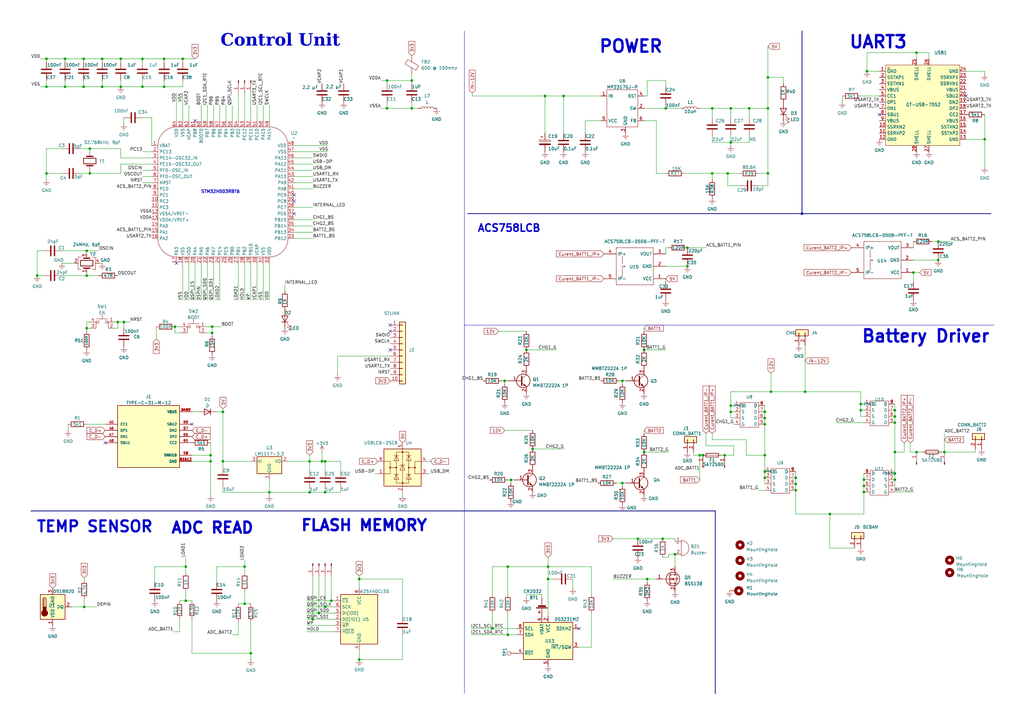
<source format=kicad_sch>
(kicad_sch (version 20231120) (generator "eeschema") (generator_version "8.0")
  (paper "A3")
  (title_block (title "PWRSP") (date "2023-03-01"))
  (junction (at 201.93 257.81))
  (junction (at 158.75 44.45))
  (junction (at 67.31 35.56))
  (junction (at 135.89 246.38))
  (junction (at 224.79 232.41))
  (junction (at 218.44 184.15))
  (junction (at 19.05 24.13))
  (junction (at 86.995 133.985))
  (junction (at 48.26 132.08))
  (junction (at 367.03 170.815))
  (junction (at 133.35 189.23))
  (junction (at 314.96 44.45))
  (junction (at 76.2 232.41))
  (junction (at 384.81 99.06))
  (junction (at 287.02 186.69))
  (junction (at 299.72 58.42))
  (junction (at 34.29 24.13))
  (junction (at 387.35 185.42))
  (junction (at 15.24 113.03))
  (junction (at 297.18 186.69))
  (junction (at 224.79 237.49))
  (junction (at 328.93 87.63))
  (junction (at 340.36 210.82))
  (junction (at 292.1 71.12))
  (junction (at 207.01 156.21))
  (junction (at 35.56 113.03))
  (junction (at 128.27 254))
  (junction (at 86.36 189.23))
  (junction (at 375.92 21.59))
  (junction (at 110.49 201.93))
  (junction (at 86.36 186.69))
  (junction (at 313.69 171.45))
  (junction (at 26.67 35.56))
  (junction (at 34.29 35.56))
  (junction (at 367.03 194.183))
  (junction (at 367.03 173.355))
  (junction (at 299.72 166.37))
  (junction (at 265.43 237.49))
  (junction (at 86.995 136.525))
  (junction (at 264.16 143.51))
  (junction (at 307.34 44.45))
  (junction (at 91.44 189.23))
  (junction (at 298.45 71.12))
  (junction (at 316.23 160.655))
  (junction (at 49.53 35.56))
  (junction (at 102.87 267.97))
  (junction (at 261.62 220.98))
  (junction (at 367.03 168.275))
  (junction (at 281.94 101.6))
  (junction (at 375.92 185.42))
  (junction (at 41.91 35.56))
  (junction (at 326.39 195.961))
  (junction (at 374.65 111.76))
  (junction (at 299.72 168.91))
  (junction (at 281.94 109.22))
  (junction (at 19.05 35.56))
  (junction (at 276.86 227.33))
  (junction (at 133.35 248.92))
  (junction (at 127 189.23))
  (junction (at 314.96 71.12))
  (junction (at 314.96 31.75))
  (junction (at 313.69 173.99))
  (junction (at 147.32 270.51))
  (junction (at 255.27 156.21))
  (junction (at 255.27 198.12))
  (junction (at 264.16 185.42))
  (junction (at 50.8 132.08))
  (junction (at 209.55 196.85))
  (junction (at 35.56 134.62))
  (junction (at 36.83 60.96))
  (junction (at 158.75 33.02))
  (junction (at 313.69 186.69))
  (junction (at 58.42 35.56))
  (junction (at 403.86 57.15))
  (junction (at 208.28 232.41))
  (junction (at 231.14 39.37))
  (junction (at 326.39 198.501))
  (junction (at 100.33 247.65))
  (junction (at 133.35 201.93))
  (junction (at 355.6 29.21))
  (junction (at 67.31 24.13))
  (junction (at 127 201.93))
  (junction (at 330.2 160.655))
  (junction (at 353.06 168.275))
  (junction (at 354.33 196.723))
  (junction (at 292.1 44.45))
  (junction (at 71.755 133.985))
  (junction (at 367.03 196.723))
  (junction (at 271.78 220.98))
  (junction (at 326.39 201.041))
  (junction (at 76.2 246.38))
  (junction (at 168.91 33.02))
  (junction (at 35.56 102.87))
  (junction (at 384.81 106.68))
  (junction (at 34.544 248.92))
  (junction (at 49.53 24.13))
  (junction (at 313.69 168.91))
  (junction (at 26.67 24.13))
  (junction (at 19.05 71.12))
  (junction (at 208.28 260.35))
  (junction (at 367.03 185.42))
  (junction (at 168.91 44.45))
  (junction (at 299.72 44.45))
  (junction (at 147.32 237.49))
  (junction (at 91.44 168.91))
  (junction (at 313.69 193.421))
  (junction (at 223.52 39.37))
  (junction (at 354.33 201.803))
  (junction (at 215.9 143.51))
  (junction (at 58.42 24.13))
  (junction (at 132.08 189.23))
  (junction (at 273.05 44.45))
  (junction (at 288.29 186.69))
  (junction (at 130.81 251.46))
  (junction (at 353.06 165.735))
  (junction (at 74.93 24.13))
  (junction (at 36.83 71.12))
  (junction (at 354.33 199.263))
  (junction (at 41.91 24.13))
  (junction (at 313.69 195.961))
  (junction (at 100.33 232.41))
  (no_connect (at 160.02 143.51))
  (no_connect (at 80.01 49.53))
  (no_connect (at 237.49 257.81))
  (no_connect (at 120.65 87.63))
  (no_connect (at 120.65 80.01))
  (no_connect (at 72.39 107.95))
  (no_connect (at 160.02 133.35))
  (no_connect (at 120.65 82.55))
  (no_connect (at 160.02 135.89))
  (no_connect (at 78.74 173.99))
  (no_connect (at 43.18 181.61))
  (no_connect (at 360.68 46.99))
  (no_connect (at 396.24 39.37))
  (wire (pts (xy 207.01 176.53) (xy 218.44 176.53)))
  (wire (pts (xy 34.29 24.13) (xy 41.91 24.13)))
  (wire (pts (xy 76.2 242.57) (xy 76.2 246.38)))
  (wire (pts (xy 147.32 237.49) (xy 147.32 241.3)))
  (wire (pts (xy 67.31 24.13) (xy 74.93 24.13)))
  (wire (pts (xy 95.25 43.18) (xy 95.25 49.53)))
  (wire (pts (xy 242.57 265.43) (xy 237.49 265.43)))
  (wire (pts (xy 204.47 135.89) (xy 215.9 135.89)))
  (wire (pts (xy 74.93 24.13) (xy 80.01 24.13)))
  (wire (pts (xy 130.81 236.22) (xy 130.81 251.46)))
  (polyline (pts (xy 190.5 133.35) (xy 407.67 133.35)))
  (wire (pts (xy 85.09 43.18) (xy 85.09 49.53)))
  (wire (pts (xy 120.65 74.93) (xy 128.27 74.93)))
  (wire (pts (xy 264.16 44.45) (xy 273.05 44.45)))
  (wire (pts (xy 208.28 260.35) (xy 212.09 260.35)))
  (wire (pts (xy 63.5 232.41) (xy 63.5 238.76)))
  (wire (pts (xy 34.29 33.02) (xy 34.29 35.56)))
  (wire (pts (xy 251.46 237.49) (xy 265.43 237.49)))
  (wire (pts (xy 156.21 44.45) (xy 158.75 44.45)))
  (polyline (pts (xy 190.5 12.7) (xy 190.5 133.35)))
  (wire (pts (xy 76.2 228.6) (xy 76.2 232.41)))
  (wire (pts (xy 375.92 21.59) (xy 355.6 21.59)))
  (wire (pts (xy 303.53 76.2) (xy 298.45 76.2)))
  (wire (pts (xy 273.05 101.6) (xy 274.32 101.6)))
  (wire (pts (xy 276.86 222.25) (xy 276.86 220.98)))
  (wire (pts (xy 326.39 193.421) (xy 326.39 195.961)))
  (bus (pts (xy 191.77 87.63) (xy 328.93 87.63)))
  (wire (pts (xy 330.2 160.655) (xy 353.06 160.655)))
  (wire (pts (xy 313.69 166.37) (xy 313.69 168.91)))
  (wire (pts (xy 269.24 71.12) (xy 273.05 71.12)))
  (wire (pts (xy 100.33 247.65) (xy 102.87 247.65)))
  (wire (pts (xy 125.73 246.38) (xy 135.89 246.38)))
  (wire (pts (xy 133.35 200.66) (xy 133.35 201.93)))
  (wire (pts (xy 133.35 236.22) (xy 133.35 248.92)))
  (wire (pts (xy 292.1 55.88) (xy 292.1 58.42)))
  (wire (pts (xy 58.42 72.39) (xy 62.23 72.39)))
  (wire (pts (xy 367.03 185.42) (xy 367.03 194.183)))
  (wire (pts (xy 276.86 227.33) (xy 276.86 232.41)))
  (wire (pts (xy 87.63 43.18) (xy 87.63 49.53)))
  (wire (pts (xy 82.55 107.95) (xy 82.55 123.19)))
  (wire (pts (xy 375.92 24.13) (xy 375.92 21.59)))
  (wire (pts (xy 367.03 168.275) (xy 367.03 170.815)))
  (wire (pts (xy 41.91 24.13) (xy 49.53 24.13)))
  (wire (pts (xy 88.9 168.91) (xy 91.44 168.91)))
  (wire (pts (xy 299.72 160.655) (xy 316.23 160.655)))
  (wire (pts (xy 289.56 177.8) (xy 289.56 182.88)))
  (wire (pts (xy 78.74 267.97) (xy 102.87 267.97)))
  (wire (pts (xy 46.99 134.62) (xy 48.26 134.62)))
  (wire (pts (xy 264.16 177.8) (xy 264.16 176.53)))
  (wire (pts (xy 97.79 247.65) (xy 100.33 247.65)))
  (wire (pts (xy 273.05 43.18) (xy 273.05 44.45)))
  (wire (pts (xy 147.32 270.51) (xy 147.32 266.7)))
  (wire (pts (xy 58.42 24.13) (xy 58.42 25.4)))
  (wire (pts (xy 330.2 141.605) (xy 330.2 160.655)))
  (wire (pts (xy 120.65 97.79) (xy 128.27 97.79)))
  (wire (pts (xy 387.35 177.8) (xy 387.35 185.42)))
  (wire (pts (xy 127 189.23) (xy 132.08 189.23)))
  (wire (pts (xy 102.87 107.95) (xy 102.87 123.19)))
  (wire (pts (xy 36.83 60.96) (xy 49.53 60.96)))
  (wire (pts (xy 58.42 69.85) (xy 62.23 69.85)))
  (wire (pts (xy 265.43 237.49) (xy 265.43 238.76)))
  (wire (pts (xy 273.05 44.45) (xy 279.4 44.45)))
  (wire (pts (xy 78.74 168.91) (xy 81.28 168.91)))
  (wire (pts (xy 298.45 76.2) (xy 298.45 71.12)))
  (wire (pts (xy 97.79 107.95) (xy 97.79 123.19)))
  (wire (pts (xy 110.49 196.85) (xy 110.49 201.93)))
  (wire (pts (xy 307.34 44.45) (xy 314.96 44.45)))
  (wire (pts (xy 36.83 134.62) (xy 35.56 134.62)))
  (wire (pts (xy 74.93 107.95) (xy 74.93 123.19)))
  (wire (pts (xy 381 21.59) (xy 375.92 21.59)))
  (wire (pts (xy 311.15 201.041) (xy 313.69 201.041)))
  (wire (pts (xy 353.06 168.275) (xy 354.33 168.275)))
  (wire (pts (xy 35.56 104.14) (xy 35.56 102.87)))
  (wire (pts (xy 19.05 35.56) (xy 16.51 35.56)))
  (wire (pts (xy 128.27 254) (xy 137.16 254)))
  (wire (pts (xy 133.35 189.23) (xy 133.35 193.04)))
  (wire (pts (xy 25.4 102.87) (xy 35.56 102.87)))
  (wire (pts (xy 36.83 69.85) (xy 36.83 71.12)))
  (wire (pts (xy 403.86 57.15) (xy 403.86 68.58)))
  (wire (pts (xy 147.32 237.49) (xy 165.1 237.49)))
  (wire (pts (xy 354.33 201.803) (xy 354.33 210.82)))
  (wire (pts (xy 138.43 146.05) (xy 138.43 153.67)))
  (wire (pts (xy 299.72 171.45) (xy 299.72 168.91)))
  (wire (pts (xy 48.26 132.08) (xy 50.8 132.08)))
  (wire (pts (xy 387.35 185.42) (xy 386.08 185.42)))
  (wire (pts (xy 35.56 111.76) (xy 35.56 113.03)))
  (polyline (pts (xy 190.5 209.55) (xy 190.5 284.48)))
  (wire (pts (xy 340.36 224.79) (xy 350.52 224.79)))
  (wire (pts (xy 284.48 186.69) (xy 287.02 186.69)))
  (wire (pts (xy 87.63 107.95) (xy 87.63 123.19)))
  (wire (pts (xy 311.15 76.2) (xy 314.96 76.2)))
  (wire (pts (xy 314.96 19.05) (xy 314.96 31.75)))
  (wire (pts (xy 353.06 39.37) (xy 360.68 39.37)))
  (wire (pts (xy 73.66 246.38) (xy 76.2 246.38)))
  (wire (pts (xy 207.01 156.21) (xy 207.01 157.48)))
  (wire (pts (xy 313.69 186.69) (xy 313.69 193.421)))
  (wire (pts (xy 74.93 24.13) (xy 74.93 25.4)))
  (wire (pts (xy 168.91 30.48) (xy 168.91 33.02)))
  (wire (pts (xy 72.39 38.1) (xy 72.39 49.53)))
  (wire (pts (xy 49.53 64.77) (xy 62.23 64.77)))
  (wire (pts (xy 265.43 237.49) (xy 269.24 237.49)))
  (wire (pts (xy 33.02 60.96) (xy 36.83 60.96)))
  (wire (pts (xy 25.4 107.95) (xy 30.48 107.95)))
  (wire (pts (xy 175.26 189.23) (xy 176.53 189.23)))
  (wire (pts (xy 240.03 49.53) (xy 240.03 54.61)))
  (wire (pts (xy 88.9 232.41) (xy 100.33 232.41)))
  (wire (pts (xy 58.42 48.26) (xy 62.23 48.26)))
  (wire (pts (xy 224.79 237.49) (xy 227.33 237.49)))
  (wire (pts (xy 160.02 146.05) (xy 138.43 146.05)))
  (wire (pts (xy 208.28 196.85) (xy 209.55 196.85)))
  (wire (pts (xy 58.42 24.13) (xy 67.31 24.13)))
  (wire (pts (xy 91.44 201.93) (xy 110.49 201.93)))
  (wire (pts (xy 34.29 35.56) (xy 26.67 35.56)))
  (wire (pts (xy 77.47 43.18) (xy 77.47 49.53)))
  (wire (pts (xy 153.67 194.31) (xy 154.94 194.31)))
  (wire (pts (xy 373.38 181.61) (xy 373.38 185.42)))
  (wire (pts (xy 147.32 236.22) (xy 147.32 237.49)))
  (wire (pts (xy 132.08 185.42) (xy 132.08 189.23)))
  (wire (pts (xy 125.73 248.92) (xy 133.35 248.92)))
  (wire (pts (xy 90.17 43.18) (xy 90.17 49.53)))
  (wire (pts (xy 400.05 184.15) (xy 400.05 185.42)))
  (wire (pts (xy 67.31 35.56) (xy 58.42 35.56)))
  (wire (pts (xy 67.31 33.02) (xy 67.31 35.56)))
  (wire (pts (xy 265.43 39.37) (xy 265.43 33.02)))
  (wire (pts (xy 78.74 186.69) (xy 86.36 186.69)))
  (wire (pts (xy 139.7 201.93) (xy 133.35 201.93)))
  (wire (pts (xy 209.55 196.85) (xy 209.55 198.12)))
  (wire (pts (xy 50.8 132.08) (xy 50.8 134.62)))
  (wire (pts (xy 58.42 62.23) (xy 62.23 62.23)))
  (wire (pts (xy 354.33 196.723) (xy 354.33 199.263)))
  (wire (pts (xy 128.27 236.22) (xy 128.27 254)))
  (wire (pts (xy 255.27 156.21) (xy 255.27 157.48)))
  (wire (pts (xy 135.89 236.22) (xy 135.89 246.38)))
  (wire (pts (xy 50.8 48.26) (xy 50.8 50.8)))
  (wire (pts (xy 326.39 195.961) (xy 326.39 198.501)))
  (wire (pts (xy 50.8 132.08) (xy 53.34 132.08)))
  (wire (pts (xy 49.53 67.31) (xy 49.53 71.12)))
  (wire (pts (xy 120.65 62.23) (xy 134.62 62.23)))
  (wire (pts (xy 125.73 256.54) (xy 137.16 256.54)))
  (wire (pts (xy 71.12 259.08) (xy 73.66 259.08)))
  (wire (pts (xy 85.09 107.95) (xy 85.09 123.19)))
  (wire (pts (xy 396.24 57.15) (xy 403.86 57.15)))
  (wire (pts (xy 287.02 186.69) (xy 287.02 196.85)))
  (wire (pts (xy 307.34 44.45) (xy 307.34 48.26)))
  (wire (pts (xy 132.08 189.23) (xy 133.35 189.23)))
  (wire (pts (xy 340.36 210.82) (xy 354.33 210.82)))
  (wire (pts (xy 84.455 133.985) (xy 86.995 133.985)))
  (wire (pts (xy 35.56 102.87) (xy 40.64 102.87)))
  (wire (pts (xy 313.69 193.421) (xy 313.69 195.961)))
  (wire (pts (xy 215.9 243.84) (xy 215.9 245.11)))
  (wire (pts (xy 120.65 59.69) (xy 134.62 59.69)))
  (wire (pts (xy 97.79 255.27) (xy 97.79 260.35)))
  (wire (pts (xy 100.33 232.41) (xy 100.33 234.95)))
  (wire (pts (xy 100.33 38.1) (xy 100.33 49.53)))
  (wire (pts (xy 354.33 194.183) (xy 354.33 196.723)))
  (wire (pts (xy 367.03 194.183) (xy 367.03 196.723)))
  (wire (pts (xy 313.69 168.91) (xy 313.69 171.45)))
  (wire (pts (xy 205.74 156.21) (xy 207.01 156.21)))
  (wire (pts (xy 274.32 227.33) (xy 274.32 228.6)))
  (wire (pts (xy 100.33 107.95) (xy 100.33 123.19)))
  (wire (pts (xy 403.86 29.21) (xy 403.86 30.48)))
  (wire (pts (xy 91.44 168.91) (xy 91.44 189.23)))
  (wire (pts (xy 314.96 44.45) (xy 314.96 71.12)))
  (wire (pts (xy 218.44 184.15) (xy 231.3178 184.15)))
  (wire (pts (xy 46.99 132.08) (xy 48.26 132.08)))
  (wire (pts (xy 314.96 71.12) (xy 314.96 76.2)))
  (wire (pts (xy 224.79 232.41) (xy 242.57 232.41)))
  (bus (pts (xy 12.7 209.55) (xy 293.37 209.55)))
  (wire (pts (xy 326.39 210.82) (xy 340.36 210.82)))
  (wire (pts (xy 292.1 44.45) (xy 292.1 48.26)))
  (wire (pts (xy 299.72 58.42) (xy 307.34 58.42)))
  (wire (pts (xy 281.94 101.6) (xy 289.56 101.6)))
  (wire (pts (xy 201.93 232.41) (xy 208.28 232.41)))
  (wire (pts (xy 135.89 246.38) (xy 137.16 246.38)))
  (wire (pts (xy 158.75 44.45) (xy 168.91 44.45)))
  (wire (pts (xy 271.78 220.98) (xy 276.86 220.98)))
  (wire (pts (xy 26.67 35.56) (xy 19.05 35.56)))
  (wire (pts (xy 354.33 199.263) (xy 354.33 201.803)))
  (wire (pts (xy 367.03 165.735) (xy 367.03 168.275)))
  (wire (pts (xy 269.24 49.53) (xy 269.24 71.12)))
  (wire (pts (xy 367.03 196.723) (xy 367.03 199.263)))
  (wire (pts (xy 120.65 85.09) (xy 128.27 85.09)))
  (wire (pts (xy 74.93 35.56) (xy 67.31 35.56)))
  (wire (pts (xy 165.1 237.49) (xy 165.1 252.73)))
  (wire (pts (xy 208.28 251.46) (xy 208.28 260.35)))
  (wire (pts (xy 168.91 41.91) (xy 168.91 44.45)))
  (wire (pts (xy 49.53 24.13) (xy 49.53 25.4)))
  (wire (pts (xy 78.74 254) (xy 78.74 267.97)))
  (wire (pts (xy 64.135 133.985) (xy 64.135 139.065)))
  (wire (pts (xy 367.03 173.355) (xy 367.03 185.42)))
  (wire (pts (xy 33.02 71.12) (xy 36.83 71.12)))
  (wire (pts (xy 367.03 170.815) (xy 367.03 173.355)))
  (wire (pts (xy 287.02 44.45) (xy 292.1 44.45)))
  (wire (pts (xy 120.65 69.85) (xy 128.27 69.85)))
  (wire (pts (xy 273.05 114.3) (xy 273.05 115.57)))
  (wire (pts (xy 313.69 171.45) (xy 313.69 173.99)))
  (wire (pts (xy 110.49 43.18) (xy 110.49 49.53)))
  (wire (pts (xy 222.25 243.84) (xy 215.9 243.84)))
  (wire (pts (xy 284.48 186.69) (xy 284.48 185.42)))
  (wire (pts (xy 300.99 186.69) (xy 297.18 186.69)))
  (wire (pts (xy 86.995 133.985) (xy 90.805 133.985)))
  (wire (pts (xy 86.36 181.61) (xy 86.36 186.69)))
  (wire (pts (xy 120.65 64.77) (xy 128.27 64.77)))
  (wire (pts (xy 165.1 201.93) (xy 165.1 203.2)))
  (wire (pts (xy 58.42 33.02) (xy 58.42 35.56)))
  (wire (pts (xy 105.41 43.18) (xy 105.41 49.53)))
  (wire (pts (xy 95.25 260.35) (xy 97.79 260.35)))
  (wire (pts (xy 26.67 24.13) (xy 26.67 25.4)))
  (wire (pts (xy 67.31 24.13) (xy 67.31 25.4)))
  (wire (pts (xy 273.05 33.02) (xy 273.05 35.56)))
  (wire (pts (xy 381 24.13) (xy 381 21.59)))
  (wire (pts (xy 120.65 77.47) (xy 128.27 77.47)))
  (wire (pts (xy 127 186.69) (xy 127 189.23)))
  (wire (pts (xy 29.21 248.92) (xy 34.544 248.92)))
  (wire (pts (xy 86.995 136.525) (xy 86.995 133.985)))
  (wire (pts (xy 353.06 170.815) (xy 354.33 170.815)))
  (wire (pts (xy 74.93 33.02) (xy 74.93 35.56)))
  (wire (pts (xy 314.96 31.75) (xy 314.96 44.45)))
  (wire (pts (xy 34.29 24.13) (xy 34.29 25.4)))
  (wire (pts (xy 231.14 39.37) (xy 231.14 54.61)))
  (wire (pts (xy 58.42 74.93) (xy 62.23 74.93)))
  (wire (pts (xy 292.1 71.12) (xy 298.45 71.12)))
  (wire (pts (xy 306.07 186.69) (xy 313.69 186.69)))
  (wire (pts (xy 34.544 237.998) (xy 34.544 236.982)))
  (wire (pts (xy 120.65 67.31) (xy 128.27 67.31)))
  (wire (pts (xy 71.755 136.525) (xy 74.295 136.525)))
  (wire (pts (xy 86.36 186.69) (xy 86.36 189.23)))
  (wire (pts (xy 274.32 228.6) (xy 271.78 228.6)))
  (wire (pts (xy 35.56 173.99) (xy 43.18 173.99)))
  (wire (pts (xy 374.65 111.76) (xy 377.19 111.76)))
  (wire (pts (xy 105.41 107.95) (xy 105.41 123.19)))
  (wire (pts (xy 242.57 232.41) (xy 242.57 243.84)))
  (wire (pts (xy 17.78 102.87) (xy 15.24 102.87)))
  (wire (pts (xy 299.72 58.42) (xy 299.72 59.69)))
  (wire (pts (xy 255.27 198.12) (xy 255.27 199.39)))
  (wire (pts (xy 389.89 99.06) (xy 384.81 99.06)))
  (wire (pts (xy 374.65 201.803) (xy 367.03 201.803)))
  (wire (pts (xy 71.755 133.985) (xy 71.755 136.525)))
  (wire (pts (xy 287.02 186.69) (xy 288.29 186.69)))
  (wire (pts (xy 313.69 173.99) (xy 313.69 186.69)))
  (wire (pts (xy 193.04 257.81) (xy 201.93 257.81)))
  (wire (pts (xy 208.28 232.41) (xy 224.79 232.41)))
  (wire (pts (xy 49.53 35.56) (xy 41.91 35.56)))
  (wire (pts (xy 156.21 33.02) (xy 158.75 33.02)))
  (wire (pts (xy 15.24 113.03) (xy 17.78 113.03)))
  (wire (pts (xy 254 156.21) (xy 255.27 156.21)))
  (wire (pts (xy 73.66 254) (xy 73.66 259.08)))
  (wire (pts (xy 193.675 39.37) (xy 223.52 39.37)))
  (bus (pts (xy 293.37 209.55) (xy 293.37 284.48)))
  (wire (pts (xy 102.87 267.97) (xy 102.87 270.51)))
  (wire (pts (xy 84.455 136.525) (xy 86.995 136.525)))
  (bus (pts (xy 328.93 87.63) (xy 406.4 87.63)))
  (wire (pts (xy 107.95 107.95) (xy 107.95 123.19)))
  (wire (pts (xy 193.675 38.1762) (xy 193.675 39.37)))
  (wire (pts (xy 367.03 185.42) (xy 370.84 185.42)))
  (wire (pts (xy 299.72 168.91) (xy 300.99 168.91)))
  (wire (pts (xy 100.33 242.57) (xy 100.33 247.65)))
  (wire (pts (xy 15.24 102.87) (xy 15.24 113.03)))
  (wire (pts (xy 201.93 251.46) (xy 201.93 257.81)))
  (wire (pts (xy 246.38 49.53) (xy 240.03 49.53)))
  (wire (pts (xy 36.83 60.96) (xy 36.83 62.23)))
  (wire (pts (xy 400.05 185.42) (xy 387.35 185.42)))
  (wire (pts (xy 58.42 35.56) (xy 49.53 35.56)))
  (wire (pts (xy 165.1 260.35) (xy 165.1 270.51)))
  (wire (pts (xy 40.64 107.95) (xy 41.91 107.95)))
  (wire (pts (xy 92.71 43.18) (xy 92.71 49.53)))
  (wire (pts (xy 370.84 181.61) (xy 370.84 185.42)))
  (wire (pts (xy 80.01 107.95) (xy 80.01 123.19)))
  (wire (pts (xy 300.99 171.45) (xy 299.72 171.45)))
  (wire (pts (xy 264.16 185.42) (xy 274.2692 185.42)))
  (wire (pts (xy 26.67 33.02) (xy 26.67 35.56)))
  (wire (pts (xy 41.91 24.13) (xy 41.91 25.4)))
  (wire (pts (xy 340.36 210.82) (xy 340.36 224.79)))
  (wire (pts (xy 130.81 251.46) (xy 137.16 251.46)))
  (wire (pts (xy 107.95 43.18) (xy 107.95 49.53)))
  (wire (pts (xy 382.27 99.06) (xy 384.81 99.06)))
  (wire (pts (xy 100.33 229.87) (xy 100.33 232.41)))
  (wire (pts (xy 231.14 39.37) (xy 246.38 39.37)))
  (wire (pts (xy 223.52 39.37) (xy 231.14 39.37)))
  (wire (pts (xy 264.16 134.62) (xy 264.16 135.89)))
  (wire (pts (xy 224.79 237.49) (xy 224.79 252.73)))
  (wire (pts (xy 90.17 107.95) (xy 90.17 123.19)))
  (wire (pts (xy 299.72 58.42) (xy 299.72 55.88)))
  (wire (pts (xy 110.49 201.93) (xy 127 201.93)))
  (wire (pts (xy 165.1 270.51) (xy 147.32 270.51)))
  (bus (pts (xy 328.93 12.7) (xy 328.93 87.63)))
  (wire (pts (xy 49.53 71.12) (xy 36.83 71.12)))
  (wire (pts (xy 224.79 228.6) (xy 224.79 232.41)))
  (wire (pts (xy 19.05 33.02) (xy 19.05 35.56)))
  (wire (pts (xy 48.26 132.08) (xy 48.26 134.62)))
  (wire (pts (xy 76.2 232.41) (xy 63.5 232.41)))
  (wire (pts (xy 316.23 153.035) (xy 316.23 160.655)))
  (wire (pts (xy 273.05 104.14) (xy 273.05 101.6)))
  (wire (pts (xy 62.23 48.26) (xy 62.23 59.69)))
  (wire (pts (xy 74.93 38.1) (xy 74.93 49.53)))
  (wire (pts (xy 299.72 168.91) (xy 299.72 166.37)))
  (wire (pts (xy 49.53 33.02) (xy 49.53 35.56)))
  (wire (pts (xy 353.06 165.735) (xy 353.06 168.275)))
  (wire (pts (xy 158.75 33.02) (xy 158.75 34.29)))
  (wire (pts (xy 375.92 185.42) (xy 378.46 185.42)))
  (wire (pts (xy 25.4 113.03) (xy 35.56 113.03)))
  (wire (pts (xy 118.11 189.23) (xy 127 189.23)))
  (wire (pts (xy 403.86 46.99) (xy 403.86 57.15)))
  (wire (pts (xy 102.87 255.27) (xy 102.87 267.97)))
  (wire (pts (xy 116.84 116.84) (xy 116.84 119.38)))
  (wire (pts (xy 133.35 248.92) (xy 137.16 248.92)))
  (wire (pts (xy 289.56 182.88) (xy 300.99 182.88)))
  (wire (pts (xy 313.69 195.961) (xy 313.69 198.501)))
  (wire (pts (xy 86.36 189.23) (xy 86.36 203.2)))
  (wire (pts (xy 251.46 220.98) (xy 261.62 220.98)))
  (wire (pts (xy 321.31 34.29) (xy 321.31 31.75)))
  (wire (pts (xy 35.56 134.62) (xy 35.56 132.08)))
  (wire (pts (xy 374.65 115.57) (xy 374.65 111.76)))
  (wire (pts (xy 78.74 189.23) (xy 86.36 189.23)))
  (wire (pts (xy 74.295 133.985) (xy 71.755 133.985)))
  (wire (pts (xy 342.7984 173.355) (xy 354.33 173.355)))
  (wire (pts (xy 326.39 201.041) (xy 326.39 210.82)))
  (wire (pts (xy 35.56 132.08) (xy 36.83 132.08)))
  (wire (pts (xy 306.07 180.34) (xy 306.07 186.69)))
  (wire (pts (xy 193.04 260.35) (xy 208.28 260.35)))
  (wire (pts (xy 326.39 198.501) (xy 326.39 201.041)))
  (wire (pts (xy 76.2 246.38) (xy 78.74 246.38)))
  (wire (pts (xy 223.52 39.37) (xy 223.52 54.61)))
  (wire (pts (xy 299.72 44.45) (xy 299.72 48.26)))
  (wire (pts (xy 264.16 143.51) (xy 273.05 143.51)))
  (wire (pts (xy 139.7 200.66) (xy 139.7 201.93)))
  (wire (pts (xy 355.6 29.21) (xy 360.68 29.21)))
  (wire (pts (xy 49.53 64.77) (xy 49.53 60.96)))
  (wire (pts (xy 234.95 237.49) (xy 234.95 241.3)))
  (wire (pts (xy 127 189.23) (xy 127 193.04)))
  (wire (pts (xy 292.1 44.45) (xy 299.72 44.45)))
  (wire (pts (xy 255.27 198.12) (xy 256.54 198.12)))
  (wire (pts (xy 353.06 160.655) (xy 353.06 165.735)))
  (wire (pts (xy 224.79 232.41) (xy 224.79 237.49)))
  (wire (pts (xy 255.27 156.21) (xy 256.54 156.21)))
  (wire (pts (xy 353.06 168.275) (xy 353.06 170.815)))
  (wire (pts (xy 88.9 238.76) (xy 88.9 232.41)))
  (wire (pts (xy 353.06 165.735) (xy 354.33 165.735)))
  (wire (pts (xy 82.55 43.18) (xy 82.55 49.53)))
  (wire (pts (xy 276.86 227.33) (xy 274.32 227.33)))
  (wire (pts (xy 297.18 186.69) (xy 295.91 186.69)))
  (wire (pts (xy 355.6 21.59) (xy 355.6 29.21)))
  (wire (pts (xy 139.7 193.04) (xy 139.7 189.23)))
  (wire (pts (xy 125.73 259.08) (xy 137.16 259.08)))
  (wire (pts (xy 34.544 245.618) (xy 34.544 248.92)))
  (wire (pts (xy 201.93 257.81) (xy 212.09 257.81)))
  (wire (pts (xy 125.73 251.46) (xy 130.81 251.46)))
  (wire (pts (xy 209.55 196.85) (xy 210.82 196.85)))
  (wire (pts (xy 102.87 38.1) (xy 102.87 49.53)))
  (wire (pts (xy 41.91 33.02) (xy 41.91 35.56)))
  (wire (pts (xy 16.51 24.13) (xy 19.05 24.13)))
  (wire (pts (xy 127 201.93) (xy 127 200.66)))
  (wire (pts (xy 76.2 234.95) (xy 76.2 232.41)))
  (wire (pts (xy 207.01 156.21) (xy 208.28 156.21)))
  (wire (pts (xy 49.53 24.13) (xy 58.42 24.13)))
  (wire (pts (xy 97.79 38.1) (xy 97.79 49.53)))
  (wire (pts (xy 298.45 71.12) (xy 303.53 71.12)))
  (wire (pts (xy 125.73 254) (xy 128.27 254)))
  (wire (pts (xy 252.73 198.12) (xy 255.27 198.12)))
  (wire (pts (xy 264.16 49.53) (xy 269.24 49.53)))
  (wire (pts (xy 168.91 34.29) (xy 168.91 33.02)))
  (wire (pts (xy 280.67 71.12) (xy 292.1 71.12)))
  (wire (pts (xy 374.65 99.06) (xy 374.65 101.6)))
  (polyline (pts (xy 190.5 133.35) (xy 190.5 209.55)))
  (wire (pts (xy 35.56 134.62) (xy 35.56 135.89)))
  (wire (pts (xy 176.53 194.31) (xy 175.26 194.31)))
  (wire (pts (xy 374.65 106.68) (xy 384.81 106.68)))
  (wire (pts (xy 91.44 189.23) (xy 91.44 191.77)))
  (wire (pts (xy 265.43 33.02) (xy 273.05 33.02)))
  (wire (pts (xy 321.31 31.75) (xy 314.96 31.75)))
  (wire (pts (xy 120.65 90.17) (xy 128.27 90.17)))
  (wire (pts (xy 242.57 251.46) (xy 242.57 265.43)))
  (wire (pts (xy 292.1 177.8) (xy 292.1 180.34)))
  (wire (pts (xy 264.16 39.37) (xy 265.43 39.37)))
  (wire (pts (xy 91.44 167.64) (xy 91.44 168.91)))
  (wire (pts (xy 222.25 245.11) (xy 222.25 243.84)))
  (wire (pts (xy 34.29 35.56) (xy 41.91 35.56)))
  (wire (pts (xy 25.4 60.96) (xy 19.05 60.96)))
  (wire (pts (xy 215.9 143.51) (xy 228.3206 143.51)))
  (wire (pts (xy 201.93 243.84) (xy 201.93 232.41)))
  (wire (pts (xy 168.91 44.45) (xy 171.45 44.45)))
  (wire (pts (xy 133.35 201.93) (xy 127 201.93)))
  (wire (pts (xy 292.1 71.12) (xy 292.1 73.66)))
  (wire (pts (xy 19.05 60.96) (xy 19.05 71.12)))
  (wire (pts (xy 299.72 166.37) (xy 300.99 166.37)))
  (wire (pts (xy 316.23 160.655) (xy 330.2 160.655)))
  (wire (pts (xy 396.24 29.21) (xy 403.86 29.21)))
  (wire (pts (xy 34.544 248.92) (xy 39.624 248.92)))
  (wire (pts (xy 86.995 136.525) (xy 86.995 137.795)))
  (wire (pts (xy 311.15 71.12) (xy 314.96 71.12)))
  (wire (pts (xy 120.65 92.71) (xy 128.27 92.71)))
  (wire (pts (xy 292.1 180.34) (xy 306.07 180.34)))
  (wire (pts (xy 120.65 95.25) (xy 128.27 95.25)))
  (wire (pts (xy 19.05 71.12) (xy 19.05 73.66)))
  (wire (pts (xy 27.94 173.99) (xy 27.94 176.53)))
  (wire (pts (xy 91.44 199.39) (xy 91.44 201.93)))
  (wire (pts (xy 102.87 189.23) (xy 91.44 189.23)))
  (wire (pts (xy 35.56 113.03) (xy 40.64 113.03)))
  (wire (pts (xy 158.75 41.91) (xy 158.75 44.45)))
  (wire (pts (xy 273.05 109.22) (xy 281.94 109.22)))
  (wire (pts (xy 19.05 71.12) (xy 25.4 71.12)))
  (wire (pts (xy 300.99 182.88) (xy 300.99 186.69)))
  (wire (pts (xy 110.49 201.93) (xy 110.49 203.2)))
  (wire (pts (xy 120.65 72.39) (xy 128.27 72.39)))
  (wire (pts (xy 261.62 220.98) (xy 271.78 220.98)))
  (wire (pts (xy 26.67 24.13) (xy 34.29 24.13)))
  (wire (pts (xy 49.53 67.31) (xy 62.23 67.31)))
  (wire (pts (xy 373.38 185.42) (xy 375.92 185.42)))
  (wire (pts (xy 77.47 107.95) (xy 77.47 123.19)))
  (wire (pts (xy 110.49 107.95) (xy 110.49 123.19)))
  (wire (pts (xy 139.7 189.23) (xy 133.35 189.23)))
  (wire (pts (xy 19.05 24.13) (xy 19.05 25.4)))
  (wire (pts (xy 299.72 160.655) (xy 299.72 166.37)))
  (wire (pts (xy 208.28 243.84) (xy 208.28 232.41)))
  (wire (pts (xy 345.44 39.37) (xy 345.44 41.91)))
  (wire (pts (xy 19.05 24.13) (xy 26.67 24.13)))
  (wire (pts (xy 292.1 58.42) (xy 299.72 58.42)))
  (wire (pts (xy 168.91 33.02) (xy 158.75 33.02)))
  (wire (pts (xy 307.34 58.42) (xy 307.34 55.88)))
  (wire (pts (xy 299.72 44.45) (xy 307.34 44.45)))
  (text "POWER" (at 245.364 22.098 0) (effects (font (size 5 5) (thickness 1) (bold yes)) (justify left bottom)))
  (text "TEMP SENSOR" (at 38.862 216.154 0) (effects (font (size 4.5 4.5) (bold yes))))
  (text "ACS758LCB" (at 208.788 93.726 0) (effects (font (size 3 3) (thickness 0.6) (bold yes))))
  (text "STM32H503RBT6" (at 90.424 78.74 0) (effects (font (size 1.27 1.27) (thickness 0.254) (bold yes))))
  (text "UART3" (at 347.98 20.32 0) (effects (font (size 5 5) (bold yes)) (justify left bottom)))
  (text "ADC READ" (at 87.122 216.662 0) (effects (font (size 4.5 4.5) (thickness 1) (bold yes))))
  (text "FLASH MEMORY" (at 149.352 215.646 0) (effects (font (size 4.5 4.5) (thickness 1) (bold yes))))
  (text "Control Unit" (at 90.424 21.082 0) (effects (font (size 5 5) (bold yes)) (justify left bottom)))
  (text "Battery Driver" (at 353.06 140.97 0) (effects (font (size 5 5) (thickness 1) (bold yes)) (justify left bottom)))
  (label "HOLD" (at 125.73 259.08 0))
  (label "BUZZER" (at 128.27 77.47 0))
  (label "BOOT" (at 82.55 43.18 90))
  (label "VCAP2" (at 77.47 43.18 90))
  (label "CHG2_G" (at 342.7984 173.355 0))
  (label "OSCOUT" (at 48.26 113.03 0))
  (label "ADC_BATT1" (at 71.12 259.08 180))
  (label "USB_DM" (at 128.27 69.85 0))
  (label "PB6" (at 87.63 43.18 90))
  (label "PB5" (at 90.17 43.18 90))
  (label "VDDA" (at 62.23 90.17 180))
  (label "BATT1_BS" (at 245.11 198.12 180))
  (label "SWCLK" (at 110.49 43.18 90))
  (label "PC13" (at 58.42 62.23 180))
  (label "VSSA" (at 156.21 44.45 180))
  (label "INTERNAL_LED" (at 128.27 85.09 0))
  (label "VSS" (at 134.62 62.23 180))
  (label "QSPI_SD0" (at 85.09 123.19 90))
  (label "VDD" (at 77.47 123.19 90))
  (label "QSPI_CS" (at 80.01 123.19 90))
  (label "BUZZER" (at 251.46 237.49 0))
  (label "QSPI_SD1" (at 87.63 123.19 90))
  (label "NRST" (at 58.42 74.93 180))
  (label "USART1_RX" (at 128.27 72.39 0))
  (label "QSPI_CS" (at 125.73 246.38 0))
  (label "LOAD2" (at 90.17 123.19 90))
  (label "VCAP2" (at 132.08 34.29 90))
  (label "USART3_TX" (at 360.68 44.45 180))
  (label "BATT2_BS" (at 246.38 156.21 180))
  (label "USB_DM" (at 176.53 194.31 0))
  (label "ADC_BATT1" (at 287.02 193.04 180))
  (label "BATT1_BS" (at 128.27 97.79 0))
  (label "ADC_BATT2" (at 387.35 177.8 0))
  (label "VSS" (at 16.51 35.56 180))
  (label "I2C1_SDA_RTC" (at 85.09 43.18 90))
  (label "CHG2_G" (at 231.3178 184.15 180))
  (label "NRST" (at 53.34 132.08 0))
  (label "SWDIO" (at 160.02 138.43 180))
  (label "USART2_TX" (at 360.68 41.91 180))
  (label "VDD" (at 134.62 59.69 180))
  (label "WP" (at 102.87 123.19 90))
  (label "ACS_BATT1_PIN" (at 289.56 101.6 0))
  (label "QSPI_SD1" (at 125.73 254 0))
  (label "BATT2_G" (at 374.65 201.803 180))
  (label "OSCOUT" (at 58.42 72.39 180))
  (label "USB-DP" (at 153.67 194.31 180))
  (label "USART1_TX" (at 128.27 74.93 0))
  (label "USART3_TX" (at 396.24 41.91 0))
  (label "CHG1_BS" (at 128.27 90.17 0))
  (label "USART1_RX" (at 160.02 148.59 180))
  (label "LOAD1" (at 97.79 123.19 90))
  (label "USART2_TX" (at 396.24 44.45 0))
  (label "CHG2_BS" (at 200.66 196.85 180))
  (label "BATT2_G" (at 274.2692 185.42 180))
  (label "CHG1_BS" (at 198.12 156.21 180))
  (label "VDD" (at 72.39 38.1 270))
  (label "I2C1_SCL_RTC" (at 193.04 257.81 0))
  (label "CHG1_G" (at 300.99 173.99 180))
  (label "LOAD1" (at 76.2 228.6 90))
  (label "VDD" (at 110.49 123.19 90))
  (label "BATT1_G" (at 273.05 143.51 180))
  (label "USB-DP" (at 128.27 67.31 0))
  (label "BATT1_G" (at 311.15 201.041 180))
  (label "BOOT" (at 90.805 133.985 0))
  (label "BATT2_BS" (at 128.27 95.25 0))
  (label "NRST" (at 160.02 153.67 180))
  (label "ACS_BATT1_PIN" (at 62.23 95.25 180))
  (label "QSPI_SCLK" (at 95.25 43.18 90))
  (label "QSPI_SD0" (at 125.73 251.46 0))
  (label "DSPIN" (at 82.55 123.19 90))
  (label "VSS" (at 74.93 123.19 90))
  (label "CHG1_G" (at 228.3206 143.51 180))
  (label "INTERNAL_LED" (at 116.84 116.84 0))
  (label "VCAP1" (at 105.41 123.19 90))
  (label "OSCIN" (at 58.42 69.85 180))
  (label "I2C1_SDA_RTC" (at 193.04 260.35 0))
  (label "ACS_BATT2_PIN" (at 62.23 77.47 180))
  (label "QSPI_SCLK" (at 125.73 248.92 0))
  (label "ADC_BATT2" (at 95.25 260.35 180))
  (label "WP" (at 125.73 256.54 0))
  (label "ACS_BATT2_PIN" (at 389.89 99.06 0))
  (label "HOLD" (at 100.33 123.19 90))
  (label "SWDIO" (at 128.27 64.77 0))
  (label "USART3_TX" (at 105.41 43.18 90))
  (label "VDD" (at 16.51 24.13 180))
  (label "VSS" (at 107.95 123.19 90))
  (label "PB4" (at 92.71 43.18 90))
  (label "SWCLK" (at 160.02 140.97 180))
  (label "LOAD2" (at 100.33 229.87 90))
  (label "VSSA" (at 62.23 87.63 180))
  (label "VDDA" (at 156.21 33.02 180))
  (label "VSS" (at 74.93 38.1 270))
  (label "USART1_TX" (at 160.02 151.13 180))
  (label "VCAP1" (at 140.97 34.29 90))
  (label "CHG2_BS" (at 128.27 92.71 0))
  (label "USART2_TX" (at 62.23 97.79 180))
  (label "I2C1_SCL_RTC" (at 107.95 43.18 90))
  (label "OSCIN" (at 40.64 102.87 0))
  (label "DSPIN" (at 39.624 248.92 0))
  (global_label "5V" (shape input) (at 314.96 19.05 0) (property "Intersheetrefs" "${INTERSHEET_REFS}" (effects (hide yes))))
  (global_label "BATT2" (shape input) (at 264.16 176.53 0) (property "Intersheetrefs" "${INTERSHEET_REFS}" (effects (hide yes))))
  (global_label "Curent_BATT2_IP+" (shape input) (at 349.25 101.6 180) (property "Intersheetrefs" "${INTERSHEET_REFS}" (effects (hide yes))))
  (global_label "Curent_BATT1_IP+" (shape input) (at 292.1 177.8 90) (property "Intersheetrefs" "${INTERSHEET_REFS}" (effects (hide yes))))
  (global_label "IN-12V" (shape input) (at 193.675 38.1762 90) (property "Intersheetrefs" "${INTERSHEET_REFS}" (effects (hide yes))))
  (global_label "C_D+" (shape input) (at 78.74 179.07 0) (property "Intersheetrefs" "${INTERSHEET_REFS}" (effects (hide yes))))
  (global_label "Curent_BATT2_IP-" (shape input) (at 373.38 181.61 90) (property "Intersheetrefs" "${INTERSHEET_REFS}" (effects (hide yes))))
  (global_label "Curent_BATT1_IP-" (shape input) (at 289.56 177.8 90) (property "Intersheetrefs" "${INTERSHEET_REFS}" (effects (hide yes))))
  (global_label "5V" (shape input) (at 377.19 111.76 0) (property "Intersheetrefs" "${INTERSHEET_REFS}" (effects (hide yes))))
  (global_label "3V3" (shape input) (at 224.79 228.6 90) (property "Intersheetrefs" "${INTERSHEET_REFS}" (effects (hide yes))))
  (global_label "3V3" (shape input) (at 34.544 236.982 90) (property "Intersheetrefs" "${INTERSHEET_REFS}" (effects (hide yes))))
  (global_label "3V3" (shape input) (at 251.46 220.98 180) (property "Intersheetrefs" "${INTERSHEET_REFS}" (effects (hide yes))))
  (global_label "C_D-" (shape input) (at 43.18 179.07 180) (property "Intersheetrefs" "${INTERSHEET_REFS}" (effects (hide yes))))
  (global_label "BATT1" (shape input) (at 264.16 134.62 0) (property "Intersheetrefs" "${INTERSHEET_REFS}" (effects (hide yes))))
  (global_label "C_D+" (shape input) (at 154.94 189.23 180) (property "Intersheetrefs" "${INTERSHEET_REFS}" (effects (hide yes))))
  (global_label "Curent_BATT1_IP-" (shape input) (at 247.65 114.3 180) (property "Intersheetrefs" "${INTERSHEET_REFS}" (effects (hide yes))))
  (global_label "Curent_BATT2_IP+" (shape input) (at 370.84 181.61 90) (property "Intersheetrefs" "${INTERSHEET_REFS}" (effects (hide yes))))
  (global_label "3V3" (shape input) (at 80.01 24.13 90) (property "Intersheetrefs" "${INTERSHEET_REFS}" (effects (hide yes))))
  (global_label "Curent_BATT1_IP+" (shape input) (at 247.65 104.14 180) (property "Intersheetrefs" "${INTERSHEET_REFS}" (effects (hide yes))))
  (global_label "IN-12V" (shape input) (at 330.2 147.955 0) (property "Intersheetrefs" "${INTERSHEET_REFS}" (effects (hide yes))))
  (global_label "3V3" (shape input) (at 168.91 22.86 90) (property "Intersheetrefs" "${INTERSHEET_REFS}" (effects (hide yes))))
  (global_label "C_D-" (shape input) (at 176.53 189.23 0) (property "Intersheetrefs" "${INTERSHEET_REFS}" (effects (hide yes))))
  (global_label "12V" (shape input) (at 207.01 176.53 180) (property "Intersheetrefs" "${INTERSHEET_REFS}" (effects (hide yes))))
  (global_label "BATT1" (shape input) (at 287.02 196.85 180) (property "Intersheetrefs" "${INTERSHEET_REFS}" (effects (hide yes))))
  (global_label "12V" (shape input) (at 316.23 153.035 90) (property "Intersheetrefs" "${INTERSHEET_REFS}" (effects (hide yes))))
  (global_label "3V3" (shape input) (at 127 186.69 90) (property "Intersheetrefs" "${INTERSHEET_REFS}" (effects (hide yes))))
  (global_label "3V3" (shape input) (at 64.135 139.065 270) (property "Intersheetrefs" "${INTERSHEET_REFS}" (effects (hide yes))))
  (global_label "3V3" (shape input) (at 160.02 156.21 180) (property "Intersheetrefs" "${INTERSHEET_REFS}" (effects (hide yes))))
  (global_label "5V" (shape input) (at 91.44 167.64 90) (property "Intersheetrefs" "${INTERSHEET_REFS}" (effects (hide yes))))
  (global_label "C_D+" (shape input) (at 43.18 176.53 180) (property "Intersheetrefs" "${INTERSHEET_REFS}" (effects (hide yes))))
  (global_label "5V" (shape input) (at 165.1 181.61 90) (property "Intersheetrefs" "${INTERSHEET_REFS}" (effects (hide yes))))
  (global_label "C_D-" (shape input) (at 78.74 176.53 0) (property "Intersheetrefs" "${INTERSHEET_REFS}" (effects (hide yes))))
  (global_label "Curent_BATT2_IP-" (shape input) (at 349.25 111.76 180) (property "Intersheetrefs" "${INTERSHEET_REFS}" (effects (hide yes))))
  (global_label "12V" (shape input) (at 204.47 135.89 180) (property "Intersheetrefs" "${INTERSHEET_REFS}" (effects (hide yes))))
  (global_label "5V" (shape input) (at 273.05 114.3 0) (property "Intersheetrefs" "${INTERSHEET_REFS}" (effects (hide yes))))
  (global_label "3V3" (shape input) (at 21.59 241.3 90) (property "Intersheetrefs" "${INTERSHEET_REFS}" (effects (hide yes))))
  (global_label "3V3" (shape input) (at 147.32 236.22 90) (property "Intersheetrefs" "${INTERSHEET_REFS}" (effects (hide yes))))
  (global_label "BATT2" (shape input) (at 387.35 180.34 0) (property "Intersheetrefs" "${INTERSHEET_REFS}" (effects (hide yes))))
  (symbol (lib_name "GNDREF_1") (lib_id "power:GNDREF") (at 240.03 62.23 0) (mirror y) (unit 1)
    (property "Reference" "#PWR030" (effects (hide yes)))
    (property "Value" "GND" (at 240.03 66.675 0))
  )
  (symbol (lib_id "Device:R") (at 86.995 141.605 180) (unit 1)
    (property "Reference" "R6" (at 84.8614 139.6492 90) (effects (justify left)))
    (property "Value" "15K" (at 86.995 139.065 90) (effects (justify left)))
    (property "Footprint" "Resistor_SMD:R_0603_1608Metric" (effects (hide yes)))
    (property "JLCPCB Part" "C25741" (effects (hide yes)))
    (property "MFR.Part" "0402WGF1003TCE" (effects (hide yes)))
  )
  (symbol (lib_name "GNDREF_1") (lib_id "power:GNDREF") (at 218.44 201.93 0) (mirror y) (unit 1)
    (property "Reference" "#PWR027" (effects (hide yes)))
    (property "Value" "GND" (at 222.25 203.2 0))
  )
  (symbol (lib_id "Device:C") (at 384.81 102.87 180) (unit 1)
    (property "Reference" "C36" (at 389.128 105.156 0) (effects (justify left)))
    (property "Value" "220pF" (at 391.16 100.076 0) (effects (justify left)))
    (property "Footprint" "Capacitor_SMD:C_0402_1005Metric" (effects (hide yes)))
    (property "JLCPCB Part" "C307331" (effects (hide yes)))
  )
  (symbol (lib_id "Device:R") (at 204.47 196.85 270) (unit 1)
    (property "Reference" "R20" (at 204.47 194.31 90))
    (property "Value" "10K" (at 204.47 196.85 90))
    (property "Footprint" "Resistor_SMD:R_0603_1608Metric" (effects (hide yes)))
    (property "JLCPCB Part" "C25804" (effects (hide yes)))
  )
  (symbol (lib_id "Timer_RTC:DS3231MZ") (at 224.79 262.89 0) (unit 1)
    (property "Reference" "U13" (at 223.52 262.89 0) (effects (justify left)))
    (property "Value" "DS3231MZ" (at 227.33 254 0) (effects (justify left)))
    (property "Footprint" "Package_SO:SOIC-8_3.9x4.9mm_P1.27mm" (effects (hide yes)))
    (property "Datasheet" "http://datasheets.maximintegrated.com/en/ds/DS3231M.pdf" (effects (hide yes)))
    (property "JLC_Part" "C107410" (effects (hide yes)))
  )
  (symbol (lib_name "GNDREF_1") (lib_id "power:GNDREF") (at 86.36 203.2 0) (mirror y) (unit 1)
    (property "Reference" "#PWR010" (effects (hide yes)))
    (property "Value" "GND" (at 86.36 207.645 0))
  )
  (symbol (lib_id "Transistor_BJT:BC817") (at 261.62 156.21 0) (unit 1)
    (property "Reference" "Q3" (at 266.7 156.21 0) (effects (justify left)))
    (property "Value" "MMBT2222A 1P" (at 242.57 151.13 0) (effects (justify left)))
    (property "Footprint" "Package_TO_SOT_SMD:SOT-23" (effects (hide yes)))
    (property "Datasheet" "https://www.onsemi.com/pub/Collateral/BC818-D.pdf" (effects (hide yes)))
    (property "LCSC Part" "C8512" (effects (hide yes)))
  )
  (symbol (lib_name "GNDREF_1") (lib_id "power:GNDREF") (at 384.81 106.68 0) (mirror y) (unit 1)
    (property "Reference" "#PWR058" (effects (hide yes)))
    (property "Value" "GND" (at 384.81 111.125 0))
  )
  (symbol (lib_name "GNDREF_1") (lib_id "power:GNDREF") (at 281.94 185.42 0) (mirror y) (unit 1)
    (property "Reference" "#PWR043" (effects (hide yes)))
    (property "Value" "GND" (at 281.94 188.976 0))
  )
  (symbol (lib_name "GNDREF_1") (lib_id "power:GNDREF") (at 261.62 228.6 0) (mirror y) (unit 1)
    (property "Reference" "#PWR033" (effects (hide yes)))
    (property "Value" "GND" (at 261.62 233.045 0))
  )
  (symbol (lib_id "Device:C") (at 231.14 58.42 0) (unit 1)
    (property "Reference" "C20" (at 231.14 55.88 0) (effects (justify left)))
    (property "Value" "0.1uF" (at 231.14 60.96 0) (effects (justify left)))
    (property "Footprint" "Capacitor_SMD:C_0805_2012Metric" (effects (hide yes)))
    (property "JLCPCB Part" "C28233" (effects (hide yes)))
  )
  (symbol (lib_id "Device:R") (at 201.93 247.65 180) (unit 1)
    (property "Reference" "R41" (at 199.39 247.65 90))
    (property "Value" "10K" (at 201.93 247.65 90))
    (property "Footprint" "Resistor_SMD:R_0603_1608Metric" (effects (hide yes)))
    (property "JLCPCB Part" "C25804" (effects (hide yes)))
  )
  (symbol (lib_id "power:GND") (at 165.1 203.2 0) (unit 1)
    (property "Reference" "#PWR021" (effects (hide yes)))
    (property "Value" "GND" (at 165.1 207.6434 0))
  )
  (symbol (lib_id "Mechanical:MountingHole") (at 303.53 223.52 0) (unit 1)
    (property "Reference" "H2" (at 306.07 222.885 0) (effects (justify left)))
    (property "Value" "MountingHole" (at 306.07 225.425 0) (effects (justify left)))
    (property "Footprint" "MountingHole:MountingHole_3.2mm_M3_DIN965_Pad" (effects (hide yes)))
  )
  (symbol (lib_name "GNDREF_1") (lib_id "power:GNDREF") (at 276.86 242.57 0) (mirror y) (unit 1)
    (property "Reference" "#PWR039" (effects (hide yes)))
    (property "Value" "GND" (at 276.86 247.015 0))
  )
  (symbol (lib_name "GNDREF_1") (lib_id "power:GNDREF") (at 292.1 81.28 0) (mirror y) (unit 1)
    (property "Reference" "#PWR044" (effects (hide yes)))
    (property "Value" "GND" (at 292.1 85.725 0))
  )
  (symbol (lib_name "GNDREF_1") (lib_id "power:GNDREF") (at 41.91 107.95 0) (mirror y) (unit 1)
    (property "Reference" "#PWR09" (effects (hide yes)))
    (property "Value" "GND" (at 43.18 106.68 0))
  )
  (symbol (lib_id "Device:C") (at 133.35 196.85 0) (unit 1)
    (property "Reference" "C25" (at 133.35 194.31 0) (effects (justify left)))
    (property "Value" "1uF" (at 133.35 200.66 0) (effects (justify left)))
    (property "Footprint" "Capacitor_SMD:C_0805_2012Metric" (effects (hide yes)))
  )
  (symbol (lib_id "Device:C") (at 21.59 102.87 90) (unit 1)
    (property "Reference" "C1" (at 26.67 101.6 90) (effects (justify left)))
    (property "Value" "24pF" (at 24.13 99.06 90) (effects (justify left)))
    (property "Footprint" "Capacitor_SMD:C_0402_1005Metric" (effects (hide yes)))
    (property "JLCPCB Part" "C126516" (effects (hide yes)))
  )
  (symbol (lib_id "Device:R") (at 248.92 198.12 270) (unit 1)
    (property "Reference" "R27" (at 248.92 195.58 90))
    (property "Value" "10K" (at 248.92 198.12 90))
    (property "Footprint" "Resistor_SMD:R_0603_1608Metric" (effects (hide yes)))
    (property "JLCPCB Part" "C25804" (effects (hide yes)))
  )
  (symbol (lib_id "Device:R") (at 349.25 39.37 90) (unit 1)
    (property "Reference" "R7" (at 349.25 36.83 90))
    (property "Value" "5k1" (at 349.25 39.37 90))
    (property "Footprint" "Resistor_SMD:R_0402_1005Metric" (effects (hide yes)))
    (property "JLCPCB Part" "C25905" (effects (hide yes)))
  )
  (symbol (lib_id "Device:C") (at 299.72 52.07 0) (unit 1)
    (property "Reference" "C27" (at 300.99 49.53 0) (effects (justify left)))
    (property "Value" "22uF" (at 299.72 57.15 0) (effects (justify left)))
    (property "Footprint" "Capacitor_SMD:C_0805_2012Metric" (effects (hide yes)))
    (property "JLCPCB Part" "C45783" (effects (hide yes)))
  )
  (symbol (lib_id "Device:C") (at 168.91 38.1 180) (unit 1)
    (property "Reference" "C13" (at 172.72 40.64 0) (effects (justify left)))
    (property "Value" "1UF" (at 172.72 35.56 0) (effects (justify left)))
    (property "Footprint" "Capacitor_SMD:C_0402_1005Metric" (effects (hide yes)))
    (property "JLCPCB Part" " C52923" (effects (hide yes)))
  )
  (symbol (lib_name "GNDREF_1") (lib_id "power:GNDREF") (at 381 62.23 0) (mirror y) (unit 1)
    (property "Reference" "#PWR059" (effects (hide yes)))
    (property "Value" "GND" (at 381 66.675 0))
  )
  (symbol (lib_id "Device:C") (at 29.21 71.12 90) (unit 1)
    (property "Reference" "C4" (at 27.2542 72.9488 90) (effects (justify left)))
    (property "Value" "5pF" (at 34.1122 72.4408 90) (effects (justify left)))
    (property "Footprint" "Capacitor_SMD:C_0402_1005Metric" (effects (hide yes)))
    (property "JLCPCB Part" "C126516" (effects (hide yes)))
  )
  (symbol (lib_name "GNDREF_1") (lib_id "power:GNDREF") (at 132.08 41.91 0) (mirror y) (unit 1)
    (property "Reference" "#PWR038" (effects (hide yes)))
    (property "Value" "GND" (at 132.08 46.355 0))
  )
  (symbol (lib_id "STM32H503RBT64PIN:STM32G473RCT6") (at 91.44 77.47 0) (unit 1)
    (property "Reference" "U2" (at 120.65 54.6414 0))
    (property "Value" "~" (at 120.65 56.5465 0))
    (property "Footprint" "Package_QFP:LQFP-64_10x10mm_P0.5mm" (effects (hide yes)))
  )
  (symbol (lib_name "GNDREF_1") (lib_id "power:GNDREF") (at 402.59 184.15 0) (mirror y) (unit 1)
    (property "Reference" "#PWR054" (effects (hide yes)))
    (property "Value" "GND" (at 402.59 188.595 0))
  )
  (symbol (lib_name "GNDREF_1") (lib_id "power:GNDREF") (at 35.56 143.51 0) (mirror y) (unit 1)
    (property "Reference" "#PWR05" (effects (hide yes)))
    (property "Value" "GND" (at 35.56 147.955 0))
  )
  (symbol (lib_name "GNDREF_1") (lib_id "power:GNDREF") (at 403.86 30.48 0) (mirror y) (unit 1)
    (property "Reference" "#PWR063" (effects (hide yes)))
    (property "Value" "GND" (at 403.86 34.925 0))
  )
  (symbol (lib_id "Device:C") (at 273.05 119.38 0) (unit 1)
    (property "Reference" "C30" (at 270.256 117.475 0) (effects (justify left)))
    (property "Value" "1uF" (at 268.5542 121.8184 0) (effects (justify left)))
    (property "Footprint" "Capacitor_SMD:C_0805_2012Metric" (effects (hide yes)))
    (property "JLCPCB Part" "C28323" (effects (hide yes)))
  )
  (symbol (lib_id "Connector:Conn_01x01_Pin") (at 133.35 231.14 270) (unit 1)
    (property "Reference" "J15" (effects (hide yes)))
    (property "Value" "Conn_01x01_Pin" (effects (hide yes)))
    (property "Footprint" "TestPoint:TestPoint_Pad_D1.5mm" (effects (hide yes)))
    (property "Description" "Generic connector, single row, 01x01, script generated" (effects (hide yes)))
  )
  (symbol (lib_id "Transistor_BJT:BC817") (at 261.62 198.12 0) (unit 1)
    (property "Reference" "Q4" (at 267.97 196.85 0) (effects (justify left)))
    (property "Value" "MMBT2222A 1P" (at 243.84 191.77 0) (effects (justify left)))
    (property "Footprint" "Package_TO_SOT_SMD:SOT-23" (effects (hide yes)))
    (property "Datasheet" "https://www.onsemi.com/pub/Collateral/BC818-D.pdf" (effects (hide yes)))
    (property "LCSC Part" "C8512" (effects (hide yes)))
  )
  (symbol (lib_name "GNDREF_1") (lib_id "power:GNDREF") (at 234.95 241.3 0) (mirror y) (unit 1)
    (property "Reference" "#PWR053" (effects (hide yes)))
    (property "Value" "GND" (at 234.95 245.745 0))
  )
  (symbol (lib_name "GNDREF_1") (lib_id "power:GNDREF") (at 264.16 161.29 0) (mirror y) (unit 1)
    (property "Reference" "#PWR034" (effects (hide yes)))
    (property "Value" "GND" (at 264.16 165.735 0))
  )
  (symbol (lib_name "GNDREF_1") (lib_id "power:GNDREF") (at 116.84 134.62 0) (mirror y) (unit 1)
    (property "Reference" "#PWR014" (effects (hide yes)))
    (property "Value" "GND" (at 116.84 139.065 0))
  )
  (symbol (lib_id "Device:L") (at 283.21 44.45 90) (unit 1)
    (property "Reference" "L1" (at 283.21 41.91 90))
    (property "Value" "10uH" (at 283.21 45.72 90))
    (property "Footprint" "Inductor_SMD:L_7.3x7.3_H3.5" (effects (hide yes)))
    (property "JLCPCB Part" "C504016" (effects (hide yes)))
  )
  (symbol (lib_id "Device:C") (at 67.31 29.21 180) (unit 1)
    (property "Reference" "C16" (at 71.12 31.75 0) (effects (justify left)))
    (property "Value" "1uF" (at 73.66 26.67 0) (effects (justify left)))
    (property "Footprint" "Capacitor_SMD:C_0402_1005Metric" (effects (hide yes)))
    (property "JLCPCB Part" " C52923" (effects (hide yes)))
  )
  (symbol (lib_id "power:+3V3") (at 132.08 185.42 0) (unit 1)
    (property "Reference" "#PWR017" (effects (hide yes)))
    (property "Value" "+3V3" (at 132.08 181.8442 0))
  )
  (symbol (lib_name "GNDREF_1") (lib_id "power:GNDREF") (at 264.16 203.2 0) (mirror y) (unit 1)
    (property "Reference" "#PWR035" (effects (hide yes)))
    (property "Value" "GND" (at 267.97 204.47 0))
  )
  (symbol (lib_name "GNDREF_1") (lib_id "power:GNDREF") (at 403.86 68.58 0) (mirror y) (unit 1)
    (property "Reference" "#PWR055" (effects (hide yes)))
    (property "Value" "GND" (at 403.86 73.025 0))
  )
  (symbol (lib_id "Connector:Conn_01x01_Pin") (at 135.89 231.14 270) (unit 1)
    (property "Reference" "J14" (effects (hide yes)))
    (property "Value" "Conn_01x01_Pin" (effects (hide yes)))
    (property "Footprint" "TestPoint:TestPoint_Pad_D1.5mm" (effects (hide yes)))
    (property "Description" "Generic connector, single row, 01x01, script generated" (effects (hide yes)))
  )
  (symbol (lib_name "GNDREF_1") (lib_id "power:GNDREF") (at 63.5 246.38 0) (mirror y) (unit 1)
    (property "Reference" "#PWR015" (effects (hide yes)))
    (property "Value" "GND" (at 63.5 250.825 0))
  )
  (symbol (lib_id "Connector_Generic:Conn_01x02") (at 353.06 219.71 270) (mirror x) (unit 1)
    (property "Reference" "J5" (at 350.266 216.154 90) (effects (justify left)))
    (property "Value" "BEBAN" (at 353.822 216.154 90) (effects (justify left)))
    (property "Footprint" "Connector_AMASS:AMASS_XT60-M_1x02_P7.20mm_Vertical" (effects (hide yes)))
  )
  (symbol (lib_id "PCM_SL_Resistors:Resistor") (at 73.66 250.19 90) (unit 1)
    (property "Reference" "R10" (at 71.882 248.666 0) (effects (justify right)))
    (property "Value" "12K" (at 73.66 248.412 0) (effects (justify right)))
    (property "Footprint" "Resistor_SMD:R_1206_3216Metric" (effects (hide yes)))
    (property "Description" "1/4W Resistor" (effects (hide yes)))
  )
  (symbol (lib_id "Device:Fuse") (at 292.1 186.69 270) (unit 1)
    (property "Reference" "F1" (at 292.1 188.722 90))
    (property "Value" "SA72SB0" (at 292.608 190.5 90))
    (property "Footprint" "FuseSA72SB0:RES-SMD_SA72SB0" (effects (hide yes)))
    (property "JLCPCB Part" "C143809" (effects (hide yes)))
  )
  (symbol (lib_name "GNDREF_1") (lib_id "power:GNDREF") (at 345.44 41.91 0) (mirror y) (unit 1)
    (property "Reference" "#PWR041" (effects (hide yes)))
    (property "Value" "GND" (at 345.44 46.355 0))
  )
  (symbol (lib_id "Transistor_BJT:BC817") (at 215.9 196.85 0) (unit 1)
    (property "Reference" "Q2" (at 220.98 196.215 0) (effects (justify left)))
    (property "Value" "MMBT2222A 1P" (at 220.98 198.755 0) (effects (justify left)))
    (property "Footprint" "Package_TO_SOT_SMD:SOT-23" (effects (hide yes)))
    (property "Datasheet" "https://www.onsemi.com/pub/Collateral/BC818-D.pdf" (effects (hide yes)))
    (property "LCSC Part" "C8512" (effects (hide yes)))
  )
  (symbol (lib_id "Mechanical:MountingHole") (at 303.53 236.22 0) (unit 1)
    (property "Reference" "H4" (at 306.07 235.585 0) (effects (justify left)))
    (property "Value" "MountingHole" (at 306.07 238.125 0) (effects (justify left)))
    (property "Footprint" "MountingHole:MountingHole_3.2mm_M3_DIN965_Pad" (effects (hide yes)))
  )
  (symbol (lib_id "Device:C") (at 74.93 29.21 180) (unit 1)
    (property "Reference" "C38" (at 78.74 31.75 0) (effects (justify left)))
    (property "Value" "1uF" (at 81.28 26.67 0) (effects (justify left)))
    (property "Footprint" "Capacitor_SMD:C_0402_1005Metric" (effects (hide yes)))
    (property "JLCPCB Part" " C52923" (effects (hide yes)))
  )
  (symbol (lib_id "Connector:Conn_01x01_Pin") (at 288.29 191.77 90) (unit 1)
    (property "Reference" "J7" (effects (hide yes)))
    (property "Value" "Conn_01x01_Pin" (effects (hide yes)))
    (property "Footprint" "Connector_PinHeader_2.00mm:PinHeader_1x01_P2.00mm_Vertical" (effects (hide yes)))
    (property "Description" "Generic connector, single row, 01x01, script generated" (effects (hide yes)))
  )
  (symbol (lib_id "PCM_SL_Resistors:Resistor") (at 97.79 251.46 90) (unit 1)
    (property "Reference" "R13" (at 96.012 249.682 0) (effects (justify right)))
    (property "Value" "12K" (at 97.79 249.428 0) (effects (justify right)))
    (property "Footprint" "Resistor_SMD:R_1206_3216Metric" (effects (hide yes)))
    (property "Description" "1/4W Resistor" (effects (hide yes)))
  )
  (symbol (lib_id "Device:C") (at 29.21 60.96 90) (unit 1)
    (property "Reference" "C3" (at 26.67 59.69 90) (effects (justify left)))
    (property "Value" "5pF" (at 33.909 59.944 90) (effects (justify left)))
    (property "Footprint" "Capacitor_SMD:C_0402_1005Metric" (effects (hide yes)))
    (property "JLCPCB Part" "C126516" (effects (hide yes)))
  )
  (symbol (lib_name "GNDREF_1") (lib_id "power:GNDREF") (at 256.54 54.61 0) (mirror y) (unit 1)
    (property "Reference" "#PWR037" (effects (hide yes)))
    (property "Value" "GND" (at 256.54 59.055 0))
  )
  (symbol (lib_id "Transistor_BJT:BC817") (at 213.36 156.21 0) (unit 1)
    (property "Reference" "Q1" (at 218.44 155.575 0) (effects (justify left)))
    (property "Value" "MMBT2222A 1P" (at 218.44 158.115 0) (effects (justify left)))
    (property "Footprint" "Package_TO_SOT_SMD:SOT-23" (effects (hide yes)))
    (property "Datasheet" "https://www.onsemi.com/pub/Collateral/BC818-D.pdf" (effects (hide yes)))
    (property "LCSC Part" "C8512" (effects (hide yes)))
  )
  (symbol (lib_name "GNDREF_1") (lib_id "power:GNDREF") (at 49.53 35.56 0) (mirror y) (unit 1)
    (property "Reference" "#PWR07" (effects (hide yes)))
    (property "Value" "GND" (at 49.53 40.005 0))
  )
  (symbol (lib_name "GNDREF_1") (lib_id "power:GNDREF") (at 147.32 270.51 0) (mirror y) (unit 1)
    (property "Reference" "#PWR025" (effects (hide yes)))
    (property "Value" "GND" (at 147.32 274.6756 0))
  )
  (symbol (lib_id "Device:R") (at 67.945 133.985 90) (unit 1)
    (property "Reference" "R4" (at 69.215 131.953 90) (effects (justify left)))
    (property "Value" "100R" (at 70.485 133.985 90) (effects (justify left)))
    (property "Footprint" "Resistor_SMD:R_0603_1608Metric" (effects (hide yes)))
    (property "JLCPCB Part" "C25741" (effects (hide yes)))
    (property "MFR.Part" "0402WGF1003TCE" (effects (hide yes)))
  )
  (symbol (lib_id "TYPE-C-31-M-12:TYPE-C-31-M-12") (at 60.96 179.07 0) (unit 1)
    (property "Reference" "J1" (at 60.96 162.6702 0))
    (property "Value" "TYPE-C-31-M-12" (at 60.96 165.2071 0))
    (property "Footprint" "TYPE-C-31-M-12:HRO_TYPE-C-31-M-12" (effects (hide yes)))
    (property "STANDARD" "Manufacturer Recommendations" (effects (hide yes)))
    (property "JLCPCB Part" "C165948" (effects (hide yes)))
  )
  (symbol (lib_id "Regulator_Linear:LM1117-3.3") (at 110.49 189.23 0) (unit 1)
    (property "Reference" "U3" (at 110.49 183.6252 0))
    (property "Value" "LM1117-3.3" (at 110.49 186.1621 0))
    (property "Footprint" "Package_TO_SOT_SMD:SOT-223-3_TabPin2" (effects (hide yes)))
    (property "Datasheet" "http://www.ti.com/lit/ds/symlink/lm1117.pdf" (effects (hide yes)))
    (property "JLCPCB Part" "C6186" (effects (hide yes)))
  )
  (symbol (lib_id "Device:R") (at 264.16 147.32 180) (unit 1)
    (property "Reference" "R32" (at 261.62 147.32 90))
    (property "Value" "2K" (at 264.16 147.32 90))
    (property "Footprint" "Resistor_SMD:R_0603_1608Metric" (effects (hide yes)))
    (property "JLCPCB Part" "C22764" (effects (hide yes)))
  )
  (symbol (lib_name "GNDREF_1") (lib_id "power:GNDREF") (at 207.01 165.1 0) (mirror y) (unit 1)
    (property "Reference" "#PWR023" (effects (hide yes)))
    (property "Value" "GND" (at 207.01 169.545 0))
  )
  (symbol (lib_id "Device:R") (at 255.27 161.29 0) (unit 1)
    (property "Reference" "R29" (at 252.73 161.29 90))
    (property "Value" "10K" (at 255.27 161.29 90))
    (property "Footprint" "Resistor_SMD:R_0603_1608Metric" (effects (hide yes)))
    (property "JLCPCB Part" "C25804" (effects (hide yes)))
  )
  (symbol (lib_id "Device:C") (at 26.67 29.21 180) (unit 1)
    (property "Reference" "C21" (at 30.48 31.75 0) (effects (justify left)))
    (property "Value" "100nF" (at 33.02 26.67 0) (effects (justify left)))
    (property "Footprint" "Capacitor_SMD:C_0402_1005Metric" (effects (hide yes)))
    (property "JLCPCB Part" "C307331" (effects (hide yes)))
  )
  (symbol (lib_id "Device:C") (at 41.91 29.21 180) (unit 1)
    (property "Reference" "C7" (at 44.45 31.75 0) (effects (justify left)))
    (property "Value" "100nF" (at 48.26 26.67 0) (effects (justify left)))
    (property "Footprint" "Capacitor_SMD:C_0402_1005Metric" (effects (hide yes)))
    (property "JLCPCB Part" "C307331" (effects (hide yes)))
  )
  (symbol (lib_id "Device:R") (at 218.44 187.96 180) (unit 1)
    (property "Reference" "R26" (at 215.9 187.96 90))
    (property "Value" "2K" (at 218.44 187.96 90))
    (property "Footprint" "Resistor_SMD:R_0603_1608Metric" (effects (hide yes)))
    (property "JLCPCB Part" "C22764" (effects (hide yes)))
  )
  (symbol (lib_id "GT-USB-7052:GT-USB-7052") (at 378.46 44.45 0) (unit 1)
    (property "Reference" "USB1" (at 383.1941 21.59 0) (effects (justify left)))
    (property "Value" "GT-USB-7052" (at 371.602 42.926 0) (effects (justify left)))
    (property "Footprint" "GT-USB-7052:USB-C-SMD_GT-USB-7052_1" (effects (hide yes)))
    (property "LCSC Part" "C963223" (effects (hide yes)))
  )
  (symbol (lib_id "Device:R") (at 378.46 99.06 270) (unit 1)
    (property "Reference" "R16" (at 378.46 96.52 90))
    (property "Value" "120R" (at 378.46 99.06 90))
    (property "Footprint" "Resistor_SMD:R_0402_1005Metric" (effects (hide yes)))
    (property "JLCPCB Part" "C25804" (effects (hide yes)))
  )
  (symbol (lib_name "GNDREF_1") (lib_id "power:GNDREF") (at 138.43 153.67 0) (mirror y) (unit 1)
    (property "Reference" "#PWR019" (effects (hide yes)))
    (property "Value" "GND" (at 138.43 158.115 0))
  )
  (symbol (lib_id "Connector:Conn_01x01_Pin") (at 100.33 33.02 270) (unit 1)
    (property "Reference" "J12" (effects (hide yes)))
    (property "Value" "Conn_01x01_Pin" (effects (hide yes)))
    (property "Footprint" "Connector_PinHeader_2.00mm:PinHeader_1x01_P2.00mm_Vertical" (effects (hide yes)))
    (property "Description" "Generic connector, single row, 01x01, script generated" (effects (hide yes)))
  )
  (symbol (lib_id "MP2317GJ-P:MP2317GJ-P") (at 248.92 39.37 0) (unit 1)
    (property "Reference" "U6" (at 255.27 33.181 0))
    (property "Value" "MP2317GJ-P" (at 255.27 35.7179 0))
    (property "Footprint" "Package_TO_SOT_SMD:SOT-23-6" (effects (hide yes)))
  )
  (symbol (lib_id "Connector_Generic:Conn_01x10") (at 165.1 143.51 0) (unit 1)
    (property "Reference" "J2" (at 167.64 143.5099 0) (effects (justify left)))
    (property "Value" "STLINK" (at 157.48 128.524 0) (effects (justify left)))
    (property "Footprint" "eXSTlink:EXSTlink" (effects (hide yes)))
    (property "Description" "Generic connector, single row, 01x10, script generated (kicad-library-utils/schlib/autogen/connector/)" (effects (hide yes)))
  )
  (symbol (lib_id "Device:R") (at 209.55 201.93 0) (unit 1)
    (property "Reference" "R22" (at 207.01 201.93 90))
    (property "Value" "10K" (at 209.55 201.93 90))
    (property "Footprint" "Resistor_SMD:R_0603_1608Metric" (effects (hide yes)))
    (property "JLCPCB Part" "C25804" (effects (hide yes)))
  )
  (symbol (lib_id "Device:C") (at 91.44 195.58 0) (unit 1)
    (property "Reference" "C9" (at 91.44 193.04 0) (effects (justify left)))
    (property "Value" "10uF" (at 91.44 200.66 0) (effects (justify left)))
    (property "Footprint" "Capacitor_SMD:C_0805_2012Metric" (effects (hide yes)))
  )
  (symbol (lib_name "GNDREF_1") (lib_id "power:GNDREF") (at 88.9 246.38 0) (mirror y) (unit 1)
    (property "Reference" "#PWR018" (effects (hide yes)))
    (property "Value" "GND" (at 88.9 250.825 0))
  )
  (symbol (lib_id "Device:Fuse") (at 382.27 185.42 270) (unit 1)
    (property "Reference" "F2" (at 382.016 187.198 90))
    (property "Value" "SA72SB0" (at 382.27 188.722 90))
    (property "Footprint" "FuseSA72SB0:RES-SMD_SA72SB0" (effects (hide yes)))
    (property "JLCPCB Part" "C143809" (effects (hide yes)))
  )
  (symbol (lib_name "GNDREF_1") (lib_id "power:GNDREF") (at 209.55 205.74 0) (mirror y) (unit 1)
    (property "Reference" "#PWR024" (effects (hide yes)))
    (property "Value" "GND" (at 212.09 205.74 0))
  )
  (symbol (lib_name "GNDREF_1") (lib_id "power:GNDREF") (at 27.94 176.53 0) (mirror y) (unit 1)
    (property "Reference" "#PWR01" (effects (hide yes)))
    (property "Value" "GND" (at 27.94 180.975 0))
  )
  (symbol (lib_id "Device:C") (at 88.9 242.57 180) (unit 1)
    (property "Reference" "C14" (at 92.6338 239.903 0) (effects (justify left)))
    (property "Value" "100nF" (at 95.1484 244.983 0) (effects (justify left)))
    (property "Footprint" "Capacitor_SMD:C_0402_1005Metric" (effects (hide yes)))
    (property "Datasheet" "C0402C104K4RACAUTO" (effects (hide yes)))
    (property "JLC Part" "C307331" (effects (hide yes)))
  )
  (symbol (lib_name "GNDREF_1") (lib_id "power:GNDREF") (at 255.27 207.01 0) (mirror y) (unit 1)
    (property "Reference" "#PWR032" (effects (hide yes)))
    (property "Value" "GND" (at 259.08 208.28 0))
  )
  (symbol (lib_id "Device:C") (at 54.61 48.26 270) (unit 1)
    (property "Reference" "C34" (at 56.642 45.974 90) (effects (justify left)))
    (property "Value" "100nF" (at 46.736 45.466 90) (effects (justify left)))
    (property "Footprint" "Capacitor_SMD:C_0402_1005Metric" (effects (hide yes)))
    (property "JLCPCB Part" "C28233" (effects (hide yes)))
  )
  (symbol (lib_id "Device:R") (at 116.84 123.19 0) (unit 1)
    (property "Reference" "R9" (at 114.9096 124.8664 90) (effects (justify left)))
    (property "Value" "1K" (at 116.8146 125.0442 90) (effects (justify left)))
    (property "Footprint" "Resistor_SMD:R_0402_1005Metric" (effects (hide yes)))
    (property "Datasheet" "FFF" (effects (hide yes)))
    (property "JLC_Part" "C11702" (effects (hide yes)))
  )
  (symbol (lib_id "Device:C") (at 374.65 119.38 0) (unit 1)
    (property "Reference" "C17" (at 370.586 117.348 0) (effects (justify left)))
    (property "Value" "1uF" (at 371.094 121.412 0) (effects (justify left)))
    (property "Footprint" "Capacitor_SMD:C_0805_2012Metric" (effects (hide yes)))
    (property "JLCPCB Part" "C28323" (effects (hide yes)))
  )
  (symbol (lib_id "Device:C") (at 307.34 76.2 90) (unit 1)
    (property "Reference" "C29" (at 304.2158 77.9526 90))
    (property "Value" "10pF" (at 311.0738 77.5462 90))
    (property "Footprint" "Capacitor_SMD:C_0805_2012Metric" (effects (hide yes)))
    (property "JLCPCB Part" "C157608" (effects (hide yes)))
  )
  (symbol (lib_id "ACS758LCB-050B-PFF-T:ACS758LCB-050B-PFF-T") (at 361.95 106.68 0) (unit 1)
    (property "Reference" "U14" (at 361.696 106.934 0))
    (property "Value" "ACS758LCB-050B-PFF-T" (at 361.95 96.52 0))
    (property "Footprint" "Sensor_Current:Allegro_CB_PFF" (effects (hide yes)))
    (property "Datasheet" "https://lcsc.com/product-detail/Sensors_ALLEGRO_ACS758LCB-050B-PFF-T_ACS758LCB-050B-PFF-T_C73426.html" (effects (hide yes)))
    (property "LCSC Part" "C73426" (effects (hide yes)))
  )
  (symbol (lib_id "Sensor_Temperature:DS18B20") (at 21.59 248.92 0) (unit 1)
    (property "Reference" "U1" (at 22.6822 248.4882 0) (effects (justify right)))
    (property "Value" "DS18B20" (at 30.5054 242.5446 0) (effects (justify right)))
    (property "Footprint" "Package_TO_SOT_THT:TO-92_Inline" (effects (hide yes)))
    (property "Datasheet" "http://datasheets.maximintegrated.com/en/ds/DS18B20.pdf" (effects (hide yes)))
  )
  (symbol (lib_id "Connector:Conn_01x01_Pin") (at 102.87 33.02 270) (unit 1)
    (property "Reference" "J13" (effects (hide yes)))
    (property "Value" "Conn_01x01_Pin" (effects (hide yes)))
    (property "Footprint" "Connector_PinHeader_2.00mm:PinHeader_1x01_P2.00mm_Vertical" (effects (hide yes)))
    (property "Description" "Generic connector, single row, 01x01, script generated" (effects (hide yes)))
  )
  (symbol (lib_name "GNDREF_1") (lib_id "power:GNDREF") (at 273.05 123.19 0) (mirror y) (unit 1)
    (property "Reference" "#PWR051" (effects (hide yes)))
    (property "Value" "GND" (at 273.05 127.635 0))
  )
  (symbol (lib_id "Device:LED") (at 321.31 45.72 90) (unit 1)
    (property "Reference" "D3" (at 324.231 46.4728 90) (effects (justify right)))
    (property "Value" "LED" (at 324.231 49.0097 90) (effects (justify right)))
    (property "Footprint" "LED_THT:LED_D3.0mm" (effects (hide yes)))
  )
  (symbol (lib_id "Device:R") (at 265.43 242.57 180) (unit 1)
    (property "Reference" "R35" (at 262.89 242.57 90))
    (property "Value" "3M3" (at 265.43 242.57 90))
    (property "Footprint" "Resistor_SMD:R_0603_1608Metric" (effects (hide yes)))
    (property "JLCPCB Part" "C22764" (effects (hide yes)))
  )
  (symbol (lib_id "Device:R") (at 255.27 203.2 0) (unit 1)
    (property "Reference" "R30" (at 252.73 203.2 90))
    (property "Value" "10K" (at 255.27 203.2 90))
    (property "Footprint" "Resistor_SMD:R_0603_1608Metric" (effects (hide yes)))
    (property "JLCPCB Part" "C25804" (effects (hide yes)))
  )
  (symbol (lib_id "Device:R") (at 264.16 181.61 0) (unit 1)
    (property "Reference" "R33" (at 261.62 181.61 90))
    (property "Value" "10K" (at 264.16 181.61 90))
    (property "Footprint" "Resistor_SMD:R_0603_1608Metric" (effects (hide yes)))
    (property "JLCPCB Part" "C25804" (effects (hide yes)))
  )
  (symbol (lib_id "Device:C") (at 281.94 105.41 180) (unit 1)
    (property "Reference" "C35" (at 285.75 107.696 0) (effects (justify left)))
    (property "Value" "220pF" (at 288.29 102.87 0) (effects (justify left)))
    (property "Footprint" "Capacitor_SMD:C_0402_1005Metric" (effects (hide yes)))
    (property "JLCPCB Part" "C307331" (effects (hide yes)))
  )
  (symbol (lib_id "Device:C") (at 240.03 58.42 0) (unit 1)
    (property "Reference" "C22" (at 240.03 55.88 0) (effects (justify left)))
    (property "Value" "0.1uF" (at 240.03 60.96 0) (effects (justify left)))
    (property "Footprint" "Capacitor_SMD:C_0805_2012Metric" (effects (hide yes)))
    (property "JLCPCB Part" "C28233" (effects (hide yes)))
  )
  (symbol (lib_id "Connector:Conn_01x01_Pin") (at 375.92 190.5 90) (unit 1)
    (property "Reference" "J9" (effects (hide yes)))
    (property "Value" "Conn_01x01_Pin" (effects (hide yes)))
    (property "Footprint" "Connector_PinHeader_2.00mm:PinHeader_1x01_P2.00mm_Vertical" (effects (hide yes)))
    (property "Description" "Generic connector, single row, 01x01, script generated" (effects (hide yes)))
  )
  (symbol (lib_name "GNDREF_1") (lib_id "power:GNDREF") (at 21.59 256.54 0) (mirror y) (unit 1)
    (property "Reference" "#PWR04" (effects (hide yes)))
    (property "Value" "GND" (at 21.59 260.985 0))
  )
  (symbol (lib_id "Device:R") (at 207.01 161.29 0) (unit 1)
    (property "Reference" "R21" (at 204.47 161.29 90))
    (property "Value" "10K" (at 207.01 161.29 90))
    (property "Footprint" "Resistor_SMD:R_0603_1608Metric" (effects (hide yes)))
    (property "JLCPCB Part" "C25804" (effects (hide yes)))
  )
  (symbol (lib_id "Device:Battery_Cell") (at 222.25 247.65 180) (unit 1)
    (property "Reference" "BT1" (at 217.17 245.11 0) (effects (justify right)))
    (property "Value" "CR2032" (at 214.63 242.57 0) (effects (justify right)))
    (property "Footprint" "Connector_PinHeader_2.54mm:PinHeader_1x02_P2.54mm_Vertical" (effects (hide yes)))
  )
  (symbol (lib_name "GNDREF_1") (lib_id "power:GNDREF") (at 281.94 109.22 0) (mirror y) (unit 1)
    (property "Reference" "#PWR057" (effects (hide yes)))
    (property "Value" "GND" (at 281.94 113.665 0))
  )
  (symbol (lib_id "Memory_Flash:W25X40CLSS") (at 147.32 254 0) (unit 1)
    (property "Reference" "U5" (at 148.59 254 0) (effects (justify left)))
    (property "Value" "W25X40CLSS" (at 147.32 242.57 0) (effects (justify left)))
    (property "Footprint" "Package_SO:SOIC-8_5.275x5.275mm_P1.27mm" (effects (hide yes)))
    (property "Datasheet" "https://www.winbond.com/resource-files/W25X40CL_G%2020210505.pdf" (effects (hide yes)))
    (property "JLCPCB Part" "C97521" (effects (hide yes)))
  )
  (symbol (lib_id "Device:C") (at 273.05 39.37 0) (unit 1)
    (property "Reference" "C24" (at 273.05 36.83 0) (effects (justify left)))
    (property "Value" "100nF" (at 273.05 43.18 0) (effects (justify left)))
    (property "Footprint" "Capacitor_SMD:C_0805_2012Metric" (effects (hide yes)))
    (property "JLCPCB Part" "C28233" (effects (hide yes)))
  )
  (symbol (lib_name "GNDREF_1") (lib_id "power:GNDREF") (at 215.9 245.11 0) (mirror y) (unit 1)
    (property "Reference" "#PWR049" (effects (hide yes)))
    (property "Value" "GND" (at 215.9 249.555 0))
  )
  (symbol (lib_id "Device:R") (at 215.9 139.7 0) (unit 1)
    (property "Reference" "R23" (at 213.36 139.7 90))
    (property "Value" "10K" (at 215.9 139.7 90))
    (property "Footprint" "Resistor_SMD:R_0603_1608Metric" (effects (hide yes)))
    (property "JLCPCB Part" "C25804" (effects (hide yes)))
  )
  (symbol (lib_id "Device:R") (at 82.55 181.61 90) (unit 1)
    (property "Reference" "R5" (at 82.55 184.15 90))
    (property "Value" "5k1" (at 82.55 181.61 90))
    (property "Footprint" "Resistor_SMD:R_0402_1005Metric" (effects (hide yes)))
    (property "JLCPCB Part" "C25905" (effects (hide yes)))
  )
  (symbol (lib_id "Device:FerriteBead") (at 168.91 26.67 0) (unit 1)
    (property "Reference" "FB2" (at 172.72 25.3492 0) (effects (justify left)))
    (property "Value" "600 @ 100mhz" (at 172.72 27.8892 0) (effects (justify left)))
    (property "Footprint" "Inductor_SMD:L_0603_1608Metric" (effects (hide yes)))
  )
  (symbol (lib_id "Device:C") (at 132.08 38.1 180) (unit 1)
    (property "Reference" "C32" (at 135.89 40.64 0) (effects (justify left)))
    (property "Value" " 2.2 μF" (at 130.556 35.814 0) (effects (justify left)))
    (property "Footprint" "Capacitor_SMD:C_0402_1005Metric" (effects (hide yes)))
    (property "LCSC Part #" "C60078" (effects (hide yes)))
  )
  (symbol (lib_name "GNDREF_1") (lib_id "power:GNDREF") (at 86.995 145.415 0) (mirror y) (unit 1)
    (property "Reference" "#PWR011" (effects (hide yes)))
    (property "Value" "GND" (at 86.995 149.86 0))
  )
  (symbol (lib_id "Device:C") (at 165.1 256.54 0) (unit 1)
    (property "Reference" "C18" (at 165.1 254 0) (effects (justify left)))
    (property "Value" "1uF" (at 165.1 259.08 0) (effects (justify left)))
    (property "Footprint" "Capacitor_SMD:C_0603_1608Metric" (effects (hide yes)))
    (property "JLCPCB Part" "C28323" (effects (hide yes)))
  )
  (symbol (lib_id "ACS758LCB-050B-PFF-T:ACS758LCB-050B-PFF-T") (at 260.35 109.22 0) (unit 1)
    (property "Reference" "U15" (at 260.096 109.474 0))
    (property "Value" "ACS758LCB-050B-PFF-T" (at 260.35 99.06 0))
    (property "Footprint" "Sensor_Current:Allegro_CB_PFF" (effects (hide yes)))
    (property "Datasheet" "https://lcsc.com/product-detail/Sensors_ALLEGRO_ACS758LCB-050B-PFF-T_ACS758LCB-050B-PFF-T_C73426.html" (effects (hide yes)))
    (property "LCSC Part" "C73426" (effects (hide yes)))
  )
  (symbol (lib_id "Device:R") (at 292.1 77.47 0) (unit 1)
    (property "Reference" "R38" (at 292.1254 79.375 90) (effects (justify left)))
    (property "Value" "15K" (at 290.195 79.375 90) (effects (justify left)))
    (property "Footprint" "Resistor_SMD:R_0805_2012Metric" (effects (hide yes)))
    (property "JLCPCB Part" "C17475" (effects (hide yes)))
  )
  (symbol (lib_id "Device:R") (at 271.78 224.79 180) (unit 1)
    (property "Reference" "R36" (at 269.24 224.79 90))
    (property "Value" "1K" (at 271.78 224.79 90))
    (property "Footprint" "Resistor_SMD:R_0603_1608Metric" (effects (hide yes)))
    (property "JLCPCB Part" "C22764" (effects (hide yes)))
  )
  (symbol (lib_id "Device:LED") (at 116.84 130.81 90) (unit 1)
    (property "Reference" "D2" (at 118.11 128.27 90))
    (property "Value" "LED" (at 120.904 134.5692 90))
    (property "Footprint" "LED_SMD:LED_0805_2012Metric" (effects (hide yes)))
  )
  (symbol (lib_id "Device:R") (at 218.44 180.34 0) (unit 1)
    (property "Reference" "R25" (at 215.9 180.34 90))
    (property "Value" "10K" (at 218.44 180.34 90))
    (property "Footprint" "Resistor_SMD:R_0603_1608Metric" (effects (hide yes)))
    (property "JLCPCB Part" "C25804" (effects (hide yes)))
  )
  (symbol (lib_name "GNDREF_1") (lib_id "power:GNDREF") (at 327.66 141.605 0) (mirror y) (unit 1)
    (property "Reference" "#PWR046" (effects (hide yes)))
    (property "Value" "GND" (at 327.66 146.05 0))
  )
  (symbol (lib_id "Connector:TestPoint") (at 212.09 267.97 90) (unit 1)
    (property "Reference" "TP1" (at 207.01 269.24 0) (effects (justify left)))
    (property "Value" "TestPoint" (effects (hide yes)))
    (property "Footprint" "TestPoint:TestPoint_Pad_2.0x2.0mm" (effects (hide yes)))
  )
  (symbol (lib_name "GNDREF_1") (lib_id "power:GNDREF") (at 50.8 50.8 0) (mirror y) (unit 1)
    (property "Reference" "#PWR056" (effects (hide yes)))
    (property "Value" "GND" (at 50.8 55.245 0))
  )
  (symbol (lib_id "Device:C") (at 50.8 138.43 180) (unit 1)
    (property "Reference" "C6" (at 57.4294 138.0998 0) (effects (justify left)))
    (property "Value" "100nF" (at 57.15 135.89 0) (effects (justify left)))
    (property "Footprint" "Capacitor_SMD:C_0603_1608Metric" (effects (hide yes)))
    (property "JLCPCB Part" "C28233" (effects (hide yes)))
  )
  (symbol (lib_id "Device:C") (at 34.29 29.21 180) (unit 1)
    (property "Reference" "C5" (at 36.83 31.75 0) (effects (justify left)))
    (property "Value" "100nF" (at 40.64 26.67 0) (effects (justify left)))
    (property "Footprint" "Capacitor_SMD:C_0402_1005Metric" (effects (hide yes)))
    (property "JLCPCB Part" "C307331" (effects (hide yes)))
  )
  (symbol (lib_id "Device:R") (at 208.28 247.65 180) (unit 1)
    (property "Reference" "R42" (at 205.74 247.65 90))
    (property "Value" "10K" (at 208.28 247.65 90))
    (property "Footprint" "Resistor_SMD:R_0603_1608Metric" (effects (hide yes)))
    (property "JLCPCB Part" "C25804" (effects (hide yes)))
  )
  (symbol (lib_id "Mechanical:MountingHole") (at 303.53 229.87 0) (unit 1)
    (property "Reference" "H3" (at 306.07 229.235 0) (effects (justify left)))
    (property "Value" "MountingHole" (at 306.07 231.775 0) (effects (justify left)))
    (property "Footprint" "MountingHole:MountingHole_3.2mm_M3_DIN965_Pad" (effects (hide yes)))
  )
  (symbol (lib_id "Mechanical:MountingHole_Pad") (at 301.752 242.316 270) (unit 1)
    (property "Reference" "H1" (at 306.07 241.046 90) (effects (justify left)))
    (property "Value" "MountingHole" (at 306.07 243.586 90) (effects (justify left)))
    (property "Footprint" "MountingHole:MountingHole_3.2mm_M3_DIN965_Pad" (effects (hide yes)))
  )
  (symbol (lib_id "Switch:SW_MEC_5E") (at 41.91 134.62 0) (mirror y) (unit 1)
    (property "Reference" "SW1" (at 41.91 125.73 0))
    (property "Value" "EN" (at 41.91 128.27 0))
    (property "Footprint" "PCB_SKRPACE010:KEY-SMD_4P-L4.2-W3.2-P2.20-LS4.6" (effects (hide yes)))
    (property "Datasheet" "http://www.apem.com/int/index.php?controller=attachment&id_attachment=1371" (effects (hide yes)))
    (property "JLCPCB Part" "C139797" (effects (hide yes)))
  )
  (symbol (lib_id "Switch:SW_MEC_5E") (at 79.375 136.525 0) (mirror y) (unit 1)
    (property "Reference" "SW2" (at 79.375 127.635 0))
    (property "Value" "BOOT" (at 79.375 130.175 0))
    (property "Footprint" "PCB_SKRPACE010:KEY-SMD_4P-L4.2-W3.2-P2.20-LS4.6" (effects (hide yes)))
    (property "Datasheet" "http://www.apem.com/int/index.php?controller=attachment&id_attachment=1371" (effects (hide yes)))
    (property "JLCPCB Part" "C139797" (effects (hide yes)))
  )
  (symbol (lib_id "Device:R") (at 278.13 101.6 270) (unit 1)
    (property "Reference" "R17" (at 278.13 99.06 90))
    (property "Value" "120R" (at 278.13 101.6 90))
    (property "Footprint" "Resistor_SMD:R_0402_1005Metric" (effects (hide yes)))
    (property "JLCPCB Part" "C25804" (effects (hide yes)))
  )
  (symbol (lib_id "Device:D") (at 85.09 168.91 180) (unit 1)
    (property "Reference" "D1" (at 85.09 163.83 0))
    (property "Value" "D" (at 85.09 166.37 0))
    (property "Footprint" "Diode_SMD:D_SOD-123" (effects (hide yes)))
    (property "JLCPCB Part" "C81598" (effects (hide yes)))
  )
  (symbol (lib_id "Device:C") (at 63.5 242.57 180) (unit 1)
    (property "Reference" "C10" (at 67.2338 239.903 0) (effects (justify left)))
    (property "Value" "100nF" (at 69.7484 244.983 0) (effects (justify left)))
    (property "Footprint" "Capacitor_SMD:C_0402_1005Metric" (effects (hide yes)))
    (property "Datasheet" "C0402C104K4RACAUTO" (effects (hide yes)))
    (property "JLC Part" "C307331" (effects (hide yes)))
  )
  (symbol (lib_id "Device:C") (at 127 196.85 0) (unit 1)
    (property "Reference" "C12" (at 127 194.31 0) (effects (justify left)))
    (property "Value" "1uF" (at 127 200.66 0) (effects (justify left)))
    (property "Footprint" "Capacitor_SMD:C_0805_2012Metric" (effects (hide yes)))
  )
  (symbol (lib_id "Connector_Generic:Conn_01x02") (at 402.59 179.07 270) (mirror x) (unit 1)
    (property "Reference" "J6" (at 400.304 176.022 90) (effects (justify left)))
    (property "Value" "CONN_BATT2" (at 392.684 174.244 90) (effects (justify left)))
    (property "Footprint" "Connector_AMASS:AMASS_XT60-M_1x02_P7.20mm_Vertical" (effects (hide yes)))
  )
  (symbol (lib_id "Device:R") (at 34.544 241.808 180) (unit 1)
    (property "Reference" "R2" (at 32.766 242.062 90))
    (property "Value" "4.7K" (at 34.798 241.808 90))
    (property "Footprint" "Resistor_SMD:R_0805_2012Metric" (effects (hide yes)))
    (property "JLCPCB Part" "C17673" (effects (hide yes)))
  )
  (symbol (lib_id "Transistor_FET:BS870") (at 274.32 237.49 0) (unit 1)
    (property "Reference" "Q5" (at 280.67 236.855 0) (effects (justify left)))
    (property "Value" "BSS138" (at 280.67 239.395 0) (effects (justify left)))
    (property "Footprint" "Package_TO_SOT_SMD:SOT-23" (effects (hide yes)))
    (property "Datasheet" "http://www.diodes.com/assets/Datasheets/ds11302.pdf" (effects (hide yes)))
    (property "JLCPCB  Part" "C8545" (effects (hide yes)))
  )
  (symbol (lib_id "Device:Crystal_GND24") (at 35.56 107.95 90) (unit 1)
    (property "Reference" "Y2" (at 38.1 104.14 90))
    (property "Value" "24MHz, 6pF" (at 35.56 100.33 90))
    (property "Footprint" "Crystal:Crystal_SMD_2016-4Pin_2.0x1.6mm" (effects (hide yes)))
    (property "JLCPCB Part" "C475968" (effects (hide yes)))
  )
  (symbol (lib_name "GNDREF_1") (lib_id "power:GNDREF") (at 355.6 29.21 0) (mirror y) (unit 1)
    (property "Reference" "#PWR062" (effects (hide yes)))
    (property "Value" "GND" (at 355.6 33.655 0))
  )
  (symbol (lib_name "GNDREF_1") (lib_id "power:GNDREF") (at 140.97 41.91 0) (mirror y) (unit 1)
    (property "Reference" "#PWR040" (effects (hide yes)))
    (property "Value" "GND" (at 140.97 46.355 0))
  )
  (symbol (lib_name "GNDREF_1") (lib_id "power:GNDREF") (at 374.65 123.19 0) (mirror y) (unit 1)
    (property "Reference" "#PWR022" (effects (hide yes)))
    (property "Value" "GND" (at 374.65 127 0))
  )
  (symbol (lib_id "PCM_SL_Resistors:Resistor") (at 78.74 250.19 90) (unit 1)
    (property "Reference" "R12" (at 80.772 248.412 0) (effects (justify right)))
    (property "Value" "3.3K" (at 78.74 247.904 0) (effects (justify right)))
    (property "Footprint" "Resistor_SMD:R_1206_3216Metric" (effects (hide yes)))
    (property "Description" "1/4W Resistor" (effects (hide yes)))
  )
  (symbol (lib_id "Device:R") (at 250.19 156.21 270) (unit 1)
    (property "Reference" "R28" (at 250.19 153.67 90))
    (property "Value" "10K" (at 250.19 156.21 90))
    (property "Footprint" "Resistor_SMD:R_0603_1608Metric" (effects (hide yes)))
    (property "JLCPCB Part" "C25804" (effects (hide yes)))
  )
  (symbol (lib_id "Device:R") (at 400.05 46.99 90) (unit 1)
    (property "Reference" "R8" (at 400.05 49.53 90))
    (property "Value" "5k1" (at 400.05 46.99 90))
    (property "Footprint" "Resistor_SMD:R_0402_1005Metric" (effects (hide yes)))
    (property "JLCPCB Part" "C25905" (effects (hide yes)))
  )
  (symbol (lib_id "Device:C") (at 21.59 113.03 90) (unit 1)
    (property "Reference" "C2" (at 26.67 114.3 90) (effects (justify left)))
    (property "Value" "24pF" (at 27.94 111.76 90) (effects (justify left)))
    (property "Footprint" "Capacitor_SMD:C_0402_1005Metric" (effects (hide yes)))
    (property "JLCPCB Part" "C126516" (effects (hide yes)))
  )
  (symbol (lib_id "Device:C") (at 261.62 224.79 180) (unit 1)
    (property "Reference" "C23" (at 264.16 227.33 0) (effects (justify left)))
    (property "Value" "100nF" (at 267.97 222.25 0) (effects (justify left)))
    (property "Footprint" "Capacitor_SMD:C_0805_2012Metric" (effects (hide yes)))
    (property "JLCPCB Part" "C28233" (effects (hide yes)))
  )
  (symbol (lib_id "Device:C") (at 58.42 29.21 180) (unit 1)
    (property "Reference" "C15" (at 62.23 31.75 0) (effects (justify left)))
    (property "Value" "1uF" (at 64.77 26.67 0) (effects (justify left)))
    (property "Footprint" "Capacitor_SMD:C_0402_1005Metric" (effects (hide yes)))
    (property "JLCPCB Part" " C52923" (effects (hide yes)))
  )
  (symbol (lib_id "Device:R") (at 242.57 247.65 180) (unit 1)
    (property "Reference" "R43" (at 240.03 247.65 90))
    (property "Value" "10K" (at 242.57 247.65 90))
    (property "Footprint" "Resistor_SMD:R_0603_1608Metric" (effects (hide yes)))
    (property "JLCPCB Part" "C25804" (effects (hide yes)))
  )
  (symbol (lib_id "Connector_Generic:Conn_01x02") (at 281.94 180.34 90) (unit 1)
    (property "Reference" "J3" (at 282.448 175.768 90) (effects (justify left)))
    (property "Value" "CONN_BATT1" (at 287.782 177.8 90) (effects (justify left)))
    (property "Footprint" "Connector_AMASS:AMASS_XT60-M_1x02_P7.20mm_Vertical" (effects (hide yes)))
  )
  (symbol (lib_id "Device:R") (at 100.33 238.76 180) (unit 1)
    (property "Reference" "R14" (at 97.79 238.76 90))
    (property "Value" "1K" (at 100.33 238.76 90))
    (property "Footprint" "Resistor_SMD:R_0603_1608Metric" (effects (hide yes)))
    (property "JLCPCB Part" "C22764" (effects (hide yes)))
  )
  (symbol (lib_id "Device:C") (at 139.7 196.85 0) (unit 1)
    (property "Reference" "C52" (at 139.7 194.31 0) (effects (justify left)))
    (property "Value" "1uF" (at 139.7 200.66 0) (effects (justify left)))
    (property "Footprint" "Capacitor_SMD:C_0805_2012Metric" (effects (hide yes)))
  )
  (symbol (lib_id "Device:R") (at 307.34 71.12 90) (unit 1)
    (property "Reference" "R39" (at 307.2638 71.1962 90))
    (property "Value" "80.6K" (at 307.34 68.58 90))
    (property "Footprint" "Resistor_SMD:R_0805_2012Metric" (effects (hide yes)))
    (property "JLCPCB Part" "C101871" (effects (hide yes)))
  )
  (symbol (lib_name "GNDREF_1") (lib_id "power:GNDREF") (at 255.27 165.1 0) (mirror y) (unit 1)
    (property "Reference" "#PWR031" (effects (hide yes)))
    (property "Value" "GND" (at 255.27 169.545 0))
  )
  (symbol (lib_name "GNDREF_1") (lib_id "power:GNDREF") (at 265.43 246.38 0) (mirror y) (unit 1)
    (property "Reference" "#PWR036" (effects (hide yes)))
    (property "Value" "GND" (at 265.43 250.825 0))
  )
  (symbol (lib_name "GNDREF_1") (lib_id "power:GNDREF") (at 102.87 270.51 0) (mirror y) (unit 1)
    (property "Reference" "#PWR020" (effects (hide yes)))
    (property "Value" "GND" (at 102.87 274.955 0))
  )
  (symbol (lib_name "GNDREF_1") (lib_id "power:GNDREF") (at 231.14 62.23 0) (mirror y) (unit 1)
    (property "Reference" "#PWR029" (effects (hide yes)))
    (property "Value" "GND" (at 231.14 66.675 0))
  )
  (symbol (lib_name "GNDREF_1") (lib_id "power:GNDREF") (at 215.9 161.29 0) (mirror y) (unit 1)
    (property "Reference" "#PWR026" (effects (hide yes)))
    (property "Value" "GND" (at 215.9 165.735 0))
  )
  (symbol (lib_id "Device:R") (at 276.86 71.12 90) (unit 1)
    (property "Reference" "R37" (at 276.86 71.12 90))
    (property "Value" "15K" (at 277.495 69.215 90))
    (property "Footprint" "Resistor_SMD:R_0805_2012Metric" (effects (hide yes)))
    (property "JLCPCB Part" "C17475" (effects (hide yes)))
  )
  (symbol (lib_id "Device:C") (at 307.34 52.07 0) (unit 1)
    (property "Reference" "C28" (at 308.61 49.53 0) (effects (justify left)))
    (property "Value" "NS" (at 307.34 57.15 0) (effects (justify left)))
    (property "Footprint" "Capacitor_SMD:C_0805_2012Metric" (effects (hide yes)))
    (property "JLCPCB Part" "NS" (effects (hide yes)))
  )
  (symbol (lib_id "Connector:Conn_01x01_Pin") (at 387.35 190.5 90) (unit 1)
    (property "Reference" "J10" (effects (hide yes)))
    (property "Value" "Conn_01x01_Pin" (effects (hide yes)))
    (property "Footprint" "Connector_PinHeader_2.00mm:PinHeader_1x01_P2.00mm_Vertical" (effects (hide yes)))
    (property "Description" "Generic connector, single row, 01x01, script generated" (effects (hide yes)))
  )
  (symbol (lib_name "GNDREF_1") (lib_id "power:GNDREF") (at 15.24 113.03 0) (mirror y) (unit 1)
    (property "Reference" "#PWR02" (effects (hide yes)))
    (property "Value" "GND" (at 15.24 117.475 0))
  )
  (symbol (lib_id "Device:R") (at 321.31 38.1 0) (unit 1)
    (property "Reference" "R40" (at 322.4022 37.5666 0) (effects (justify left)))
    (property "Value" "1K" (at 321.1322 39.2684 90) (effects (justify left)))
    (property "Footprint" "Resistor_SMD:R_0603_1608Metric" (effects (hide yes)))
    (property "JLCPCB Part" "C25804" (effects (hide yes)))
  )
  (symbol (lib_name "GNDREF_1") (lib_id "power:GNDREF") (at 375.92 62.23 0) (mirror y) (unit 1)
    (property "Reference" "#PWR060" (effects (hide yes)))
    (property "Value" "GND" (at 375.92 66.675 0))
  )
  (symbol (lib_name "AP3P3R0MT_2") (lib_id "AP3P3R0MT:AP3P3R0MT") (at 360.68 169.545 0) (unit 1)
    (property "Reference" "U10" (at 360.68 163.83 0))
    (property "Value" "PMOS" (at 356.87 165.735 0))
    (property "Footprint" "AP3P3:AP3P3R0MT" (effects (hide yes)))
    (property "JLC_Part" "C80188" (effects (hide yes)))
  )
  (symbol (lib_name "GNDREF_1") (lib_id "power:GNDREF") (at 25.4 107.95 0) (mirror y) (unit 1)
    (property "Reference" "#PWR06" (effects (hide yes)))
    (property "Value" "GND" (at 24.13 106.68 0))
  )
  (symbol (lib_id "Device:Crystal") (at 36.83 66.04 90) (unit 1)
    (property "Reference" "Y1" (at 40.64 66.04 90) (effects (justify right)))
    (property "Value" "32.768kHz, 9pF" (at 34.29 58.42 90) (effects (justify right)))
    (property "Footprint" "Crystal:Crystal_SMD_2012-2Pin_2.0x1.2mm" (effects (hide yes)))
    (property "JLCPcb Part #" "C96341" (effects (hide yes)))
  )
  (symbol (lib_id "Connector:Conn_01x01_Pin") (at 130.81 231.14 270) (unit 1)
    (property "Reference" "J17" (effects (hide yes)))
    (property "Value" "Conn_01x01_Pin" (effects (hide yes)))
    (property "Footprint" "TestPoint:TestPoint_Pad_D1.5mm" (effects (hide yes)))
    (property "Description" "Generic connector, single row, 01x01, script generated" (effects (hide yes)))
  )
  (symbol (lib_id "Connector:Conn_01x01_Pin") (at 97.79 33.02 270) (unit 1)
    (property "Reference" "J11" (effects (hide yes)))
    (property "Value" "Conn_01x01_Pin" (effects (hide yes)))
    (property "Footprint" "Connector_PinHeader_2.00mm:PinHeader_1x01_P2.00mm_Vertical" (effects (hide yes)))
    (property "Description" "Generic connector, single row, 01x01, script generated" (effects (hide yes)))
  )
  (symbol (lib_name "GNDREF_1") (lib_id "power:GNDREF") (at 110.49 203.2 0) (mirror y) (unit 1)
    (property "Reference" "#PWR013" (effects (hide yes)))
    (property "Value" "GND" (at 110.49 207.645 0))
  )
  (symbol (lib_name "GNDREF_1") (lib_id "power:GNDREF") (at 224.79 273.05 0) (mirror y) (unit 1)
    (property "Reference" "#PWR052" (effects (hide yes)))
    (property "Value" "GND" (at 224.79 277.495 0))
  )
  (symbol (lib_name "GNDREF_1") (lib_id "power:GNDREF") (at 50.8 142.24 0) (mirror y) (unit 1)
    (property "Reference" "#PWR08" (effects (hide yes)))
    (property "Value" "GND" (at 50.8 146.685 0))
  )
  (symbol (lib_id "Device:C") (at 19.05 29.21 180) (unit 1)
    (property "Reference" "C37" (at 22.86 31.75 0) (effects (justify left)))
    (property "Value" "100nF" (at 25.4 26.67 0) (effects (justify left)))
    (property "Footprint" "Capacitor_SMD:C_0402_1005Metric" (effects (hide yes)))
    (property "JLCPCB Part" "C307331" (effects (hide yes)))
  )
  (symbol (lib_id "PCM_SL_Resistors:Resistor") (at 102.87 251.46 90) (unit 1)
    (property "Reference" "R15" (at 104.902 249.682 0) (effects (justify right)))
    (property "Value" "3.3K" (at 102.87 249.174 0) (effects (justify right)))
    (property "Footprint" "Resistor_SMD:R_1206_3216Metric" (effects (hide yes)))
    (property "Description" "1/4W Resistor" (effects (hide yes)))
  )
  (symbol (lib_id "AP3P3R0MT:AP3P3R0MT") (at 307.34 170.18 0) (unit 1)
    (property "Reference" "U8" (at 307.34 162.814 0))
    (property "Value" "PMOS" (at 303.53 166.37 0))
    (property "Footprint" "AP3P3:AP3P3R0MT" (effects (hide yes)))
    (property "JLC_Part" "C380188" (effects (hide yes)))
  )
  (symbol (lib_id "Device:R") (at 35.56 139.7 0) (unit 1)
    (property "Reference" "R51" (at 30.48 139.7 0) (effects (justify left)))
    (property "Value" "100R" (at 35.5092 141.6812 90) (effects (font (size 0.9906 0.9906)) (justify left)))
    (property "Footprint" "Resistor_SMD:R_0603_1608Metric" (effects (hide yes)))
    (property "Datasheet" "FFFF" (effects (hide yes)))
    (property "JLC Part" "C22775" (effects (hide yes)))
  )
  (symbol (lib_name "GNDREF_1") (lib_id "power:GNDREF") (at 223.52 62.23 0) (mirror y) (unit 1)
    (property "Reference" "#PWR028" (effects (hide yes)))
    (property "Value" "GND" (at 223.52 66.675 0))
  )
  (symbol (lib_id "Device:C") (at 292.1 52.07 0) (unit 1)
    (property "Reference" "C26" (at 293.37 49.53 0) (effects (justify left)))
    (property "Value" "22uF" (at 292.1 57.15 0) (effects (justify left)))
    (property "Footprint" "Capacitor_SMD:C_0805_2012Metric" (effects (hide yes)))
    (property "JLCPCB Part" "C45783" (effects (hide yes)))
  )
  (symbol (lib_name "GNDREF_1") (lib_id "power:GNDREF") (at 360.68 57.15 0) (mirror y) (unit 1)
    (property "Reference" "#PWR061" (effects (hide yes)))
    (property "Value" "GND" (at 360.68 61.595 0))
  )
  (symbol (lib_id "Device:C") (at 140.97 38.1 180) (unit 1)
    (property "Reference" "C33" (at 144.78 40.64 0) (effects (justify left)))
    (property "Value" " 2.2 μF" (at 140.208 35.56 0) (effects (justify left)))
    (property "Footprint" "Capacitor_SMD:C_0402_1005Metric" (effects (hide yes)))
    (property "LCSC Part #" "C60078" (effects (hide yes)))
  )
  (symbol (lib_id "Connector:Conn_01x01_Pin") (at 128.27 231.14 270) (unit 1)
    (property "Reference" "J16" (effects (hide yes)))
    (property "Value" "Conn_01x01_Pin" (effects (hide yes)))
    (property "Footprint" "TestPoint:TestPoint_Pad_D1.5mm" (effects (hide yes)))
    (property "Description" "Generic connector, single row, 01x01, script generated" (effects (hide yes)))
  )
  (symbol (lib_id "Device:R") (at 31.75 173.99 90) (unit 1)
    (property "Reference" "R1" (at 31.75 171.45 90))
    (property "Value" "5k1" (at 31.75 173.99 90))
    (property "Footprint" "Resistor_SMD:R_0402_1005Metric" (effects (hide yes)))
    (property "JLCPCB Part" "C25905" (effects (hide yes)))
  )
  (symbol (lib_name "GNDREF_1") (lib_id "power:GNDREF") (at 19.05 73.66 0) (mirror y) (unit 1)
    (property "Reference" "#PWR03" (effects (hide yes)))
    (property "Value" "GND" (at 19.05 78.105 0))
  )
  (symbol (lib_id "Mechanical:MountingHole") (at 389.509 229.7684 0) (unit 1)
    (property "Reference" "H5" (at 392.049 228.9337 0) (effects (justify left)))
    (property "Value" "MountingHole" (at 392.049 231.4706 0) (effects (justify left)))
    (property "Footprint" "MountingHole:MountingHole_3.2mm_M3_DIN965_Pad" (effects (hide yes)))
  )
  (symbol (lib_id "Power_Protection:USBLC6-2SC6") (at 165.1 191.77 0) (unit 1)
    (property "Reference" "U4" (at 167.64 181.61 0))
    (property "Value" "USBLC6-2SC6" (at 156.21 181.61 0))
    (property "Footprint" "Package_TO_SOT_SMD:SOT-23-6" (effects (hide yes)))
    (property "Datasheet" "https://www.st.com/resource/en/datasheet/usblc6-2.pdf" (effects (hide yes)))
  )
  (symbol (lib_id "Device:C_Polarized") (at 223.52 58.42 0) (unit 1)
    (property "Reference" "C19" (at 224.79 55.88 0) (effects (justify left)))
    (property "Value" "10uF" (at 224.79 60.96 0) (effects (justify left)))
    (property "Footprint" "Capacitor_SMD:CP_Elec_10x10" (effects (hide yes)))
    (property "JLCPCB Part" " C3350" (effects (hide yes)))
  )
  (symbol (lib_id "Device:R") (at 44.45 113.03 90) (unit 1)
    (property "Reference" "R3" (at 44.45 110.49 90))
    (property "Value" "47R" (at 44.45 113.03 90))
    (property "Footprint" "Resistor_SMD:R_0402_1005Metric" (effects (hide yes)))
    (property "JLCPCB Part" "C11702" (effects (hide yes)))
  )
  (symbol (lib_id "Device:C") (at 158.75 38.1 180) (unit 1)
    (property "Reference" "C11" (at 162.56 40.64 0) (effects (justify left)))
    (property "Value" "100nF" (at 165.1 35.56 0) (effects (justify left)))
    (property "Footprint" "Capacitor_SMD:C_0402_1005Metric" (effects (hide yes)))
    (property "JLCPCB Part" "C307331" (effects (hide yes)))
  )
  (symbol (lib_name "AP3P3R0MT_1") (lib_id "AP3P3R0MT:AP3P3R0MT") (at 360.68 197.993 0) (mirror y) (unit 1)
    (property "Reference" "U11" (at 360.68 192.278 0))
    (property "Value" "PMOS" (at 364.49 194.183 0))
    (property "Footprint" "AP3P3:AP3P3R0MT" (effects (hide yes)))
    (property "JLC_Part" "C380188" (effects (hide yes)))
  )
  (symbol (lib_id "Mechanical:MountingHole") (at 389.509 234.8484 0) (unit 1)
    (property "Reference" "H6" (at 392.43 233.5784 0) (effects (justify left)))
    (property "Value" "MountingHole" (at 392.43 236.1184 0) (effects (justify left)))
    (property "Footprint" "MountingHole:MountingHole_3.2mm_M3_DIN965_Pad" (effects (hide yes)))
  )
  (symbol (lib_name "GNDREF_1") (lib_id "power:GNDREF") (at 299.72 59.69 0) (mirror y) (unit 1)
    (property "Reference" "#PWR045" (effects (hide yes)))
    (property "Value" "GND" (at 299.72 64.135 0))
  )
  (symbol (lib_id "Device:R") (at 264.16 139.7 180) (unit 1)
    (property "Reference" "R31" (at 261.62 139.7 90))
    (property "Value" "10K" (at 264.16 139.7 90))
    (property "Footprint" "Resistor_SMD:R_0603_1608Metric" (effects (hide yes)))
    (property "JLCPCB Part" "C22764" (effects (hide yes)))
  )
  (symbol (lib_id "Device:R") (at 201.93 156.21 270) (unit 1)
    (property "Reference" "R19" (at 201.93 153.67 90))
    (property "Value" "10K" (at 201.93 156.21 90))
    (property "Footprint" "Resistor_SMD:R_0603_1608Metric" (effects (hide yes)))
    (property "JLCPCB Part" "C25804" (effects (hide yes)))
  )
  (symbol (lib_id "AP3P3R0MT:AP3P3R0MT") (at 320.04 197.231 0) (unit 1)
    (property "Reference" "U9" (at 320.04 189.865 0))
    (property "Value" "PMOS" (at 316.23 193.421 0))
    (property "Footprint" "AP3P3:AP3P3R0MT" (effects (hide yes)))
    (property "JLC_Part" "C380188" (effects (hide yes)))
  )
  (symbol (lib_id "Device:R") (at 215.9 147.32 180) (unit 1)
    (property "Reference" "R24" (at 213.36 147.32 90))
    (property "Value" "2K" (at 215.9 147.32 90))
    (property "Footprint" "Resistor_SMD:R_0603_1608Metric" (effects (hide yes)))
    (property "JLCPCB Part" "C22764" (effects (hide yes)))
  )
  (symbol (lib_id "Device:Buzzer") (at 279.4 224.79 0) (unit 1)
    (property "Reference" "BZ1" (at 283.21 224.155 0) (effects (justify left)))
    (property "Value" "Buzzer" (at 283.21 226.695 0) (effects (justify left)))
    (property "Footprint" "Buzzer_Beeper:Buzzer_Murata_PKLCS1212E" (effects (hide yes)))
  )
  (symbol (lib_id "Device:R") (at 76.2 238.76 180) (unit 1)
    (property "Reference" "R11" (at 73.66 238.76 90))
    (property "Value" "1K" (at 76.2 238.76 90))
    (property "Footprint" "Resistor_SMD:R_0603_1608Metric" (effects (hide yes)))
    (property "JLCPCB Part" "C22764" (effects (hide yes)))
  )
  (symbol (lib_name "GNDREF_1") (lib_id "power:GNDREF") (at 179.07 44.45 0) (mirror y) (unit 1)
    (property "Reference" "#PWR016" (effects (hide yes)))
    (property "Value" "GND" (at 179.07 48.895 0))
  )
  (symbol (lib_name "GNDREF_1") (lib_id "power:GNDREF") (at 321.31 49.53 0) (mirror y) (unit 1)
    (property "Reference" "#PWR047" (effects (hide yes)))
    (property "Value" "GND" (at 321.31 53.975 0))
  )
  (symbol (lib_id "Device:C") (at 231.14 237.49 270) (unit 1)
    (property "Reference" "C31" (at 232.41 236.22 90) (effects (justify left)))
    (property "Value" "100nF" (at 224.79 234.95 90) (effects (justify left)))
    (property "Footprint" "Capacitor_SMD:C_0805_2012Metric" (effects (hide yes)))
    (property "JLCPCB Part" "C28233" (effects (hide yes)))
  )
  (symbol (lib_id "Connector_Generic:Conn_01x02") (at 327.66 136.525 90) (unit 1)
    (property "Reference" "J4" (at 335.28 136.525 90) (effects (justify left)))
    (property "Value" "CHG" (at 326.39 136.525 90) (effects (justify left)))
    (property "Footprint" "Connector_AMASS:AMASS_XT60-M_1x02_P7.20mm_Vertical" (effects (hide yes)))
  )
  (symbol (lib_name "GNDREF_1") (lib_id "power:GNDREF") (at 353.06 224.79 0) (mirror y) (unit 1)
    (property "Reference" "#PWR048" (effects (hide yes)))
    (property "Value" "GND" (at 353.06 229.235 0))
  )
  (symbol (lib_id "Connector:Conn_01x01_Pin") (at 297.18 191.77 90) (unit 1)
    (property "Reference" "J8" (effects (hide yes)))
    (property "Value" "Conn_01x01_Pin" (effects (hide yes)))
    (property "Footprint" "Connector_PinHeader_2.00mm:PinHeader_1x01_P2.00mm_Vertical" (effects (hide yes)))
    (property "Description" "Generic connector, single row, 01x01, script generated" (effects (hide yes)))
  )
  (symbol (lib_name "GNDREF_1") (lib_id "power:GNDREF") (at 299.212 242.316 0) (mirror y) (unit 1)
    (property "Reference" "#PWR042" (effects (hide yes)))
    (property "Value" "GND" (at 299.212 246.761 0))
  )
  (symbol (lib_id "Device:L") (at 175.26 44.45 90) (unit 1)
    (property "Reference" "L7" (at 175.26 39.37 90))
    (property "Value" "L" (at 175.26 41.91 90))
    (property "Footprint" "Capacitor_SMD:C_0402_1005Metric" (effects (hide yes)))
    (property "Description" "Inductor" (effects (hide yes)))
  )
  (symbol (lib_id "Device:C") (at 49.53 29.21 180) (unit 1)
    (property "Reference" "C8" (at 53.34 31.75 0) (effects (justify left)))
    (property "Value" "1uF" (at 55.88 26.67 0) (effects (justify left)))
    (property "Footprint" "Capacitor_SMD:C_0402_1005Metric" (effects (hide yes)))
    (property "JLCPCB Part" " C52923" (effects (hide yes)))
  )
  (symbol (lib_id "Device:R") (at 264.16 189.23 180) (unit 1)
    (property "Reference" "R34" (at 261.62 189.23 90))
    (property "Value" "2K" (at 264.16 189.23 90))
    (property "Footprint" "Resistor_SMD:R_0603_1608Metric" (effects (hide yes)))
    (property "JLCPCB Part" "C22764" (effects (hide yes)))
  )
)
</source>
